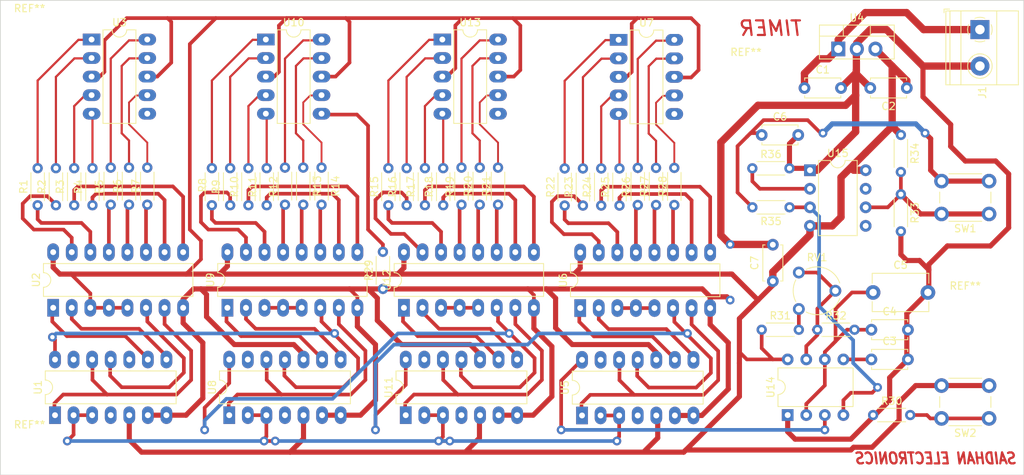
<source format=kicad_pcb>
(kicad_pcb (version 20221018) (generator pcbnew)
  (layers (0 "F.Cu" signal) (31 "B.Cu" signal) (34 "B.Paste" user) (35 "F.Paste" user) (36 "B.SilkS" user "B.Silkscreen") (37 "F.SilkS" user "F.Silkscreen") (38 "B.Mask" user) (39 "F.Mask" user) (44 "Edge.Cuts" user))
  (net 0 "")
  (net 1 "Net-(U3-a)")
  (net 2 "Net-(U2-d)")
  (net 3 "Net-(U3-b)")
  (net 4 "Net-(U2-e)")
  (net 5 "Net-(U3-c)")
  (net 6 "Net-(U2-f)")
  (net 7 "Net-(U2-g)")
  (net 8 "Net-(U3-d)")
  (net 9 "Net-(U2-a)")
  (net 10 "Net-(U3-e)")
  (net 11 "Net-(U2-b)")
  (net 12 "Net-(U3-f)")
  (net 13 "Net-(U2-c)")
  (net 14 "Net-(U3-g)")
  (net 15 "Net-(U1-CP1..3)")
  (net 16 "+5V")
  (net 17 "Net-(U1-Q2)")
  (net 18 "Net-(U1-Q1)")
  (net 19 "GND")
  (net 20 "Net-(J1-Pin_1)")
  (net 21 "/Digit_Section/CLK_OUT")
  (net 22 "/Digit_Section/CLK_IN")
  (net 23 "Net-(U14-CV)")
  (net 24 "Net-(U14-THR)")
  (net 25 "Net-(SW1-B)")
  (net 26 "/Digit_Section/RST")
  (net 27 "Net-(U14-DIS)")
  (net 28 "Net-(SW1-A)")
  (net 29 "Net-(U14-R)")
  (net 30 "CLK")
  (net 31 "Net-(U6-d)")
  (net 32 "Net-(U7-d)")
  (net 33 "Net-(U6-e)")
  (net 34 "Net-(U7-e)")
  (net 35 "Net-(U6-f)")
  (net 36 "Net-(U7-f)")
  (net 37 "Net-(U6-g)")
  (net 38 "Net-(U7-g)")
  (net 39 "Net-(U7-a)")
  (net 40 "Net-(U6-a)")
  (net 41 "Net-(U7-b)")
  (net 42 "Net-(U6-b)")
  (net 43 "Net-(U7-c)")
  (net 44 "Net-(U6-c)")
  (net 45 "Net-(U9-d)")
  (net 46 "Net-(U10-d)")
  (net 47 "Net-(U9-e)")
  (net 48 "Net-(U10-e)")
  (net 49 "Net-(U9-f)")
  (net 50 "Net-(U10-f)")
  (net 51 "Net-(U9-g)")
  (net 52 "Net-(U10-g)")
  (net 53 "Net-(U10-a)")
  (net 54 "Net-(U9-a)")
  (net 55 "Net-(U10-b)")
  (net 56 "Net-(U9-b)")
  (net 57 "Net-(U10-c)")
  (net 58 "Net-(U9-c)")
  (net 59 "Net-(U12-d)")
  (net 60 "Net-(U13-d)")
  (net 61 "Net-(U12-e)")
  (net 62 "Net-(U13-e)")
  (net 63 "Net-(U12-f)")
  (net 64 "Net-(U13-f)")
  (net 65 "Net-(U12-g)")
  (net 66 "Net-(U13-g)")
  (net 67 "Net-(U13-a)")
  (net 68 "Net-(U12-a)")
  (net 69 "Net-(U13-b)")
  (net 70 "Net-(U12-b)")
  (net 71 "Net-(U13-c)")
  (net 72 "Net-(U12-c)")
  (net 73 "Net-(U5-CP1..3)")
  (net 74 "Net-(U5-Q2)")
  (net 75 "Net-(U5-Q1)")
  (net 77 "Net-(U8-CP1..3)")
  (net 78 "Net-(U8-Q2)")
  (net 79 "Net-(U8-Q1)")
  (net 80 "/Digit_Section2/CLK_IN")
  (net 81 "Net-(U11-CP1..3)")
  (net 82 "Net-(U11-Q2)")
  (net 83 "Net-(U11-Q1)")
  (net 84 "/Digit_Section1/DP")
  (net 85 "/Digit_Section/DP")
  (net 86 "/Digit_Section2/DP")
  (net 87 "/Digit_Section3/DP")
  (net 88 "/Digit_Section1/CLK_OUT")
  (net 90 "Net-(R31-Pad2)")
  (footprint "Resistor_THT:R_Axial_DIN0204_L3.6mm_D1.6mm_P5.08mm_Horizontal" (layer "F.Cu") (at 73.602 45.922 90)
    (fp_text reference "R17")
    (fp_text value "1k")
  )
  (footprint "Resistor_THT:R_Axial_DIN0204_L3.6mm_D1.6mm_P5.08mm_Horizontal" (layer "F.Cu") (at 33.122 40.762 -90)
    (fp_text reference "R6")
    (fp_text value "1k")
  )
  (footprint "Button_Switch_THT:SW_PUSH_6mm_H5mm" (layer "F.Cu") (at 150.772 75.112 180)
    (fp_text reference "SW2")
    (fp_text value "Reset")
  )
  (footprint "Resistor_THT:R_Axial_DIN0204_L3.6mm_D1.6mm_P5.08mm_Horizontal" (layer "F.Cu") (at 134.91 74.65)
    (fp_text reference "R30")
    (fp_text value "1k")
  )
  (footprint "Capacitor_THT:C_Disc_D4.7mm_W2.5mm_P5.00mm" (layer "F.Cu") (at 125.522 29.862)
    (fp_text reference "C1")
    (fp_text value "10n")
  )
  (footprint "MountingHole:MountingHole_2.2mm_M2_DIN965" (layer "F.Cu") (at 117.522 27.862)
    (fp_text reference "REF**")
    (fp_text value "MountingHole_2.2mm_M2_DIN965" hide)
  )
  (footprint "Resistor_THT:R_Axial_DIN0204_L3.6mm_D1.6mm_P5.08mm_Horizontal" (layer "F.Cu") (at 81.102 40.762 -90)
    (fp_text reference "R20")
    (fp_text value "1k")
  )
  (footprint "Resistor_THT:R_Axial_DIN0204_L3.6mm_D1.6mm_P5.08mm_Horizontal" (layer "F.Cu") (at 118.39 40.862)
    (fp_text reference "R36")
    (fp_text value "100k")
  )
  (footprint "MountingHole:MountingHole_2.2mm_M2_DIN965" (layer "F.Cu") (at 147.522 59.862)
    (fp_text reference "REF**")
    (fp_text value "MountingHole_2.2mm_M2_DIN965" hide)
  )
  (footprint "Package_DIP:DIP-16_W7.62mm_LongPads" (layer "F.Cu") (at 22.747 59.962 90)
    (fp_text reference "U2")
    (fp_text value "74LS47")
  )
  (footprint "TerminalBlock_Phoenix:TerminalBlock_Phoenix_MKDS-1,5-2_1x02_P5.00mm_Horizontal" (layer "F.Cu") (at 149.522 21.862 -90)
    (fp_text reference "J1")
    (fp_text value "Power")
  )
  (footprint "Resistor_THT:R_Axial_DIN0204_L3.6mm_D1.6mm_P5.08mm_Horizontal" (layer "F.Cu") (at 68.602 45.922 90)
    (fp_text reference "R15")
    (fp_text value "1k")
  )
  (footprint "Resistor_THT:R_Axial_DIN0204_L3.6mm_D1.6mm_P5.08mm_Horizontal" (layer "F.Cu") (at 92.717 45.962 90)
    (fp_text reference "R22")
    (fp_text value "1k")
  )
  (footprint "Package_DIP:DIP-10_W7.62mm_LongPads" (layer "F.Cu") (at 100.097 23.262)
    (fp_text reference "U7")
    (fp_text value "~")
  )
  (footprint "Resistor_THT:R_Axial_DIN0204_L3.6mm_D1.6mm_P5.08mm_Horizontal" (layer "F.Cu") (at 54.457 40.762 -90)
    (fp_text reference "R12")
    (fp_text value "1k")
  )
  (footprint "Package_DIP:DIP-16_W7.62mm_LongPads" (layer "F.Cu") (at 94.842 60.002 90)
    (fp_text reference "U6")
    (fp_text value "74LS47")
  )
  (footprint "Resistor_THT:R_Axial_DIN0204_L3.6mm_D1.6mm_P5.08mm_Horizontal" (layer "F.Cu") (at 44.457 45.922 90)
    (fp_text reference "R8")
    (fp_text value "1k")
  )
  (footprint "Package_DIP:DIP-10_W7.62mm_LongPads" (layer "F.Cu") (at 28.002 23.222)
    (fp_text reference "U3")
    (fp_text value "~")
  )
  (footprint "Resistor_THT:R_Axial_DIN0204_L3.6mm_D1.6mm_P5.08mm_Horizontal" (layer "F.Cu") (at 123.48 46.202 180)
    (fp_text reference "R35")
    (fp_text value "100k")
  )
  (footprint "Resistor_THT:R_Axial_DIN0204_L3.6mm_D1.6mm_P5.08mm_Horizontal" (layer "F.Cu") (at 28.122 45.922 90)
    (fp_text reference "R4")
    (fp_text value "1k")
  )
  (footprint "MountingHole:MountingHole_2.2mm_M2_DIN965" (layer "F.Cu") (at 19.522 78.862)
    (fp_text reference "REF**")
    (fp_text value "MountingHole_2.2mm_M2_DIN965" hide)
  )
  (footprint "Resistor_THT:R_Axial_DIN0204_L3.6mm_D1.6mm_P5.08mm_Horizontal" (layer "F.Cu") (at 67.854 57.378 90)
    (fp_text reference "R29")
    (fp_text value "1k")
  )
  (footprint "Resistor_THT:R_Axial_DIN0204_L3.6mm_D1.6mm_P5.08mm_Horizontal" (layer "F.Cu") (at 97.717 45.962 90)
    (fp_text reference "R24")
    (fp_text value "1k")
  )
  (footprint "Resistor_THT:R_Axial_DIN0204_L3.6mm_D1.6mm_P5.08mm_Horizontal" (layer "F.Cu") (at 119.67 62.966)
    (fp_text reference "R31")
    (fp_text value "100k")
  )
  (footprint "Package_DIP:DIP-14_W7.62mm_LongPads" (layer "F.Cu") (at 70.977 74.667 90)
    (fp_text reference "U11")
    (fp_text value "74LS90")
  )
  (footprint "Resistor_THT:R_Axial_DIN0204_L3.6mm_D1.6mm_P5.08mm_Horizontal" (layer "F.Cu") (at 100.217 45.962 90)
    (fp_text reference "R25")
    (fp_text value "1k")
  )
  (footprint "Package_DIP:DIP-16_W7.62mm_LongPads" (layer "F.Cu") (at 46.582 59.962 90)
    (fp_text reference "U9")
    (fp_text value "74LS47")
  )
  (footprint "Package_DIP:DIP-8_W7.62mm" (layer "F.Cu") (at 123.226 74.65 90)
    (fp_text reference "U14")
    (fp_text value "NA555P")
  )
  (footprint "Capacitor_THT:C_Disc_D4.7mm_W2.5mm_P5.00mm" (layer "F.Cu") (at 121.194 56.322 90)
    (fp_text reference "C7")
    (fp_text value "1u")
  )
  (footprint "Resistor_THT:R_Axial_DIN0204_L3.6mm_D1.6mm_P5.08mm_Horizontal" (layer "F.Cu") (at 76.102 45.922 90)
    (fp_text reference "R18")
    (fp_text value "1k")
  )
  (footprint "Button_Switch_THT:SW_PUSH_6mm_H5mm" (layer "F.Cu") (at 150.772 47.112 180)
    (fp_text reference "SW1")
    (fp_text value "Start/Stop")
  )
  (footprint "Resistor_THT:R_Axial_DIN0204_L3.6mm_D1.6mm_P5.08mm_Horizontal" (layer "F.Cu") (at 20.622 45.922 90)
    (fp_text reference "R1")
    (fp_text value "1k")
  )
  (footprint "Resistor_THT:R_Axial_DIN0204_L3.6mm_D1.6mm_P5.08mm_Horizontal" (layer "F.Cu") (at 46.957 45.922 90)
    (fp_text reference "R9")
    (fp_text value "1k")
  )
  (footprint "Capacitor_THT:C_Disc_D4.7mm_W2.5mm_P5.00mm" (layer "F.Cu") (at 139.522 29.862 180)
    (fp_text reference "C2")
    (fp_text value "10n")
  )
  (footprint "Package_DIP:DIP-10_W7.62mm_LongPads" (layer "F.Cu") (at 75.982 23.222)
    (fp_text reference "U13")
    (fp_text value "~")
  )
  (footprint "Package_DIP:DIP-14_W7.62mm_LongPads" (layer "F.Cu") (at 46.832 74.667 90)
    (fp_text reference "U8")
    (fp_text value "74LS90")
  )
  (footprint "Potentiometer_THT:Potentiometer_Piher_PT-6-V_Vertical" (layer "F.Cu") (at 124.75 60.13)
    (fp_text reference "RV1")
    (fp_text value "R_Potentiometer")
  )
  (footprint "Resistor_THT:R_Axial_DIN0204_L3.6mm_D1.6mm_P5.08mm_Horizontal" (layer "F.Cu") (at 102.717 40.802 -90)
    (fp_text reference "R26")
    (fp_text value "1k")
  )
  (footprint "Capacitor_THT:C_Disc_D4.7mm_W2.5mm_P5.00mm" (layer "F.Cu") (at 134.676 62.966)
    (fp_text reference "C4")
    (fp_text value "47n")
  )
  (footprint "Resistor_THT:R_Axial_DIN0204_L3.6mm_D1.6mm_P5.08mm_Horizontal" (layer "F.Cu") (at 30.622 40.762 -90)
    (fp_text reference "R5")
    (fp_text value "1k")
  )
  (footprint "Resistor_THT:R_Axial_DIN0204_L3.6mm_D1.6mm_P5.08mm_Horizontal" (layer "F.Cu") (at 49.457 45.922 90)
    (fp_text reference "R10")
    (fp_text value "1k")
  )
  (footprint "Package_DIP:DIP-14_W7.62mm_LongPads" (layer "F.Cu") (at 95.092 74.707 90)
    (fp_text reference "U5")
    (fp_text value "74LS90")
  )
  (footprint "Resistor_THT:R_Axial_DIN0204_L3.6mm_D1.6mm_P5.08mm_Horizontal" (layer "F.Cu") (at 107.717 40.802 -90)
    (fp_text reference "R28")
    (fp_text value "1k")
  )
  (footprint "Package_DIP:DIP-14_W7.62mm_LongPads" (layer "F.Cu") (at 22.997 74.667 90)
    (fp_text reference "U1")
    (fp_text value "74LS90")
  )
  (footprint "Capacitor_THT:C_Disc_D4.7mm_W2.5mm_P5.00mm" (layer "F.Cu") (at 119.67 36.296)
    (fp_text reference "C6")
    (fp_text value "470n")
  )
  (footprint "Resistor_THT:R_Axial_DIN0204_L3.6mm_D1.6mm_P5.08mm_Horizontal" (layer "F.Cu") (at 95.217 45.962 90)
    (fp_text reference "R23")
    (fp_text value "1k")
  )
  (footprint "Capacitor_THT:C_Disc_D7.5mm_W5.0mm_P7.50mm" (layer "F.Cu") (at 134.91 57.862)
    (fp_text reference "C5")
    (fp_text value "470n")
  )
  (footprint "Package_DIP:DIP-8_W7.62mm" (layer "F.Cu") (at 126.274 41.122)
    (fp_text reference "U15")
    (fp_text value "NA555P")
  )
  (footprint "Package_DIP:DIP-16_W7.62mm_LongPads" (layer "F.Cu") (at 70.727 59.962 90)
    (fp_text reference "U12")
    (fp_text value "74LS47")
  )
  (footprint "MountingHole:MountingHole_2.2mm_M2_DIN965" (layer "F.Cu") (at 19.522 21.862)
    (fp_text reference "REF**")
    (fp_text value "MountingHole_2.2mm_M2_DIN965" hide)
  )
  (footprint "Package_DIP:DIP-10_W7.62mm_LongPads" (layer "F.Cu") (at 51.837 23.222)
    (fp_text reference "U10")
    (fp_text value "~")
  )
  (footprint "Resistor_THT:R_Axial_DIN0204_L3.6mm_D1.6mm_P5.08mm_Horizontal" (layer "F.Cu") (at 71.102 45.922 90)
    (fp_text reference "R16")
    (fp_text value "1k")
  )
  (footprint "Resistor_THT:R_Axial_DIN0204_L3.6mm_D1.6mm_P5.08mm_Horizontal" (layer "F.Cu") (at 23.122 45.922 90)
    (fp_text reference "R2")
    (fp_text value "1k")
  )
  (footprint "Package_TO_SOT_THT:TO-220-3_Vertical" (layer "F.Cu") (at 130.146 24.518)
    (fp_text reference "U4")
    (fp_text value "L7805")
  )
  (footprint "Resistor_THT:R_Axial_DIN0204_L3.6mm_D1.6mm_P5.08mm_Horizontal" (layer "F.Cu") (at 25.622 45.922 90)
    (fp_text reference "R3")
    (fp_text value "1k")
  )
  (footprint "Resistor_THT:R_Axial_DIN0204_L3.6mm_D1.6mm_P5.08mm_Horizontal" (layer "F.Cu") (at 138.71 44.414 -90)
    (fp_text reference "R33")
    (fp_text value "100k")
  )
  (footprint "Resistor_THT:R_Axial_DIN0204_L3.6mm_D1.6mm_P5.08mm_Horizontal" (layer "F.Cu") (at 56.957 40.762 -90)
    (fp_text reference "R13")
    (fp_text value "1k")
  )
  (footprint "Resistor_THT:R_Axial_DIN0204_L3.6mm_D1.6mm_P5.08mm_Horizontal" (layer "F.Cu") (at 35.622 40.762 -90)
    (fp_text reference "R7")
    (fp_text value "1k")
  )
  (footprint "Capacitor_THT:C_Disc_D4.7mm_W2.5mm_P5.00mm" (layer "F.Cu") (at 134.676 67.03)
    (fp_text reference "C3")
    (fp_text value "10n")
  )
  (footprint "Resistor_THT:R_Axial_DIN0204_L3.6mm_D1.6mm_P5.08mm_Horizontal" (layer "F.Cu") (at 78.602 40.762 -90)
    (fp_text reference "R19")
    (fp_text value "1k")
  )
  (footprint "Resistor_THT:R_Axial_DIN0204_L3.6mm_D1.6mm_P5.08mm_Horizontal" (layer "F.Cu") (at 105.217 40.802 -90)
    (fp_text reference "R27")
    (fp_text value "1k")
  )
  (footprint "Resistor_THT:R_Axial_DIN0204_L3.6mm_D1.6mm_P5.08mm_Horizontal" (layer "F.Cu") (at 51.957 45.922 90)
    (fp_text reference "R11")
    (fp_text value "1k")
  )
  (footprint "Resistor_THT:R_Axial_DIN0204_L3.6mm_D1.6mm_P5.08mm_Horizontal" (layer "F.Cu") (at 138.71 36.286 -90)
    (fp_text reference "R34")
    (fp_text value "100k")
  )
  (footprint "Resistor_THT:R_Axial_DIN0204_L3.6mm_D1.6mm_P5.08mm_Horizontal" (layer "F.Cu") (at 83.602 40.762 -90)
    (fp_text reference "R21")
    (fp_text value "1k")
  )
  (footprint "Resistor_THT:R_Axial_DIN0204_L3.6mm_D1.6mm_P5.08mm_Horizontal" (layer "F.Cu") (at 127.29 62.966)
    (fp_text reference "R32")
    (fp_text value "100k")
  )
  (footprint "Resistor_THT:R_Axial_DIN0204_L3.6mm_D1.6mm_P5.08mm_Horizontal" (layer "F.Cu") (at 59.457 40.762 -90)
    (fp_text reference "R14")
    (fp_text value "1k")
  )
  (gr_line (start 15.522 82.862) (end 15.522 17.862) (stroke (width 0.1)) (layer "Edge.Cuts"))
  (gr_line (start 155.522 82.862) (end 15.522 82.862) (stroke (width 0.1)) (layer "Edge.Cuts"))
  (gr_line (start 15.522 17.862) (end 155.522 17.862) (stroke (width 0.1)) (layer "Edge.Cuts"))
  (gr_line (start 155.522 17.862) (end 155.522 82.862) (stroke (width 0.1)) (layer "Edge.Cuts"))
  (gr_text "SAIDHAN ELECTRONICS" (at 154.722 81.466) (layer "F.Cu") (effects (font (size 1.5 1.3) (thickness 0.3) bold italic) (justify left bottom mirror)))
  (gr_text "TIMER" (at 125.522 22.862) (layer "F.Cu") (effects (font (size 2 2) (thickness 0.3) bold italic) (justify left bottom mirror)))
  (segment (start 33.122 23.342) (end 30.622 25.842) (width 0.3) (layer "F.Cu") (net 1))
  (segment (start 30.622 25.842) (end 30.622 41.342) (width 0.3) (layer "F.Cu") (net 1))
  (segment (start 35.342 23.342) (end 33.122 23.342) (width 0.3) (layer "F.Cu") (net 1))
  (segment (start 35.417 23.267) (end 35.342 23.342) (width 0.3) (layer "F.Cu") (net 1))
  (segment (start 37.987 45.207) (end 37.987 52.342) (width 0.5) (layer "F.Cu") (net 2))
  (segment (start 28.122 44.842) (end 28.622 44.342) (width 0.5) (layer "F.Cu") (net 2))
  (segment (start 28.122 45.922) (end 28.122 44.842) (width 0.5) (layer "F.Cu") (net 2))
  (segment (start 37.122 44.342) (end 37.987 45.207) (width 0.5) (layer "F.Cu") (net 2))
  (segment (start 28.622 44.342) (end 37.122 44.342) (width 0.5) (layer "F.Cu") (net 2))
  (segment (start 33.157 25.807) (end 32.122 26.842) (width 0.3) (layer "F.Cu") (net 3))
  (segment (start 33.122 37.06044) (end 33.122 40.762) (width 0.3) (layer "F.Cu") (net 3))
  (segment (start 35.417 25.807) (end 33.157 25.807) (width 0.3) (layer "F.Cu") (net 3))
  (segment (start 32.122 36.06044) (end 33.122 37.06044) (width 0.3) (layer "F.Cu") (net 3))
  (segment (start 32.122 26.842) (end 32.122 36.06044) (width 0.3) (layer "F.Cu") (net 3))
  (segment (start 40.527 44.747) (end 40.527 52.342) (width 0.5) (layer "F.Cu") (net 4))
  (segment (start 25.622 43.842) (end 26.122 43.342) (width 0.5) (layer "F.Cu") (net 4))
  (segment (start 25.622 45.922) (end 25.622 43.842) (width 0.5) (layer "F.Cu") (net 4))
  (segment (start 39.122 43.342) (end 40.527 44.747) (width 0.5) (layer "F.Cu") (net 4))
  (segment (start 26.122 43.342) (end 39.122 43.342) (width 0.5) (layer "F.Cu") (net 4))
  (segment (start 35.622 37.342) (end 35.622 40.262) (width 0.25) (layer "F.Cu") (net 5))
  (segment (start 35.417 30.887) (end 34.077 30.887) (width 0.25) (layer "F.Cu") (net 5))
  (segment (start 34.077 30.887) (end 33.122 31.842) (width 0.25) (layer "F.Cu") (net 5))
  (segment (start 33.122 31.842) (end 33.122 34.842) (width 0.25) (layer "F.Cu") (net 5))
  (segment (start 35.622 40.262) (end 36.122 40.762) (width 0.25) (layer "F.Cu") (net 5))
  (segment (start 33.122 34.842) (end 35.622 37.342) (width 0.25) (layer "F.Cu") (net 5))
  (segment (start 23.122 45.842) (end 21.958 44.678) (width 0.5) (layer "F.Cu") (net 6))
  (segment (start 18.578 47.726) (end 20.102 49.25) (width 0.5) (layer "F.Cu") (net 6))
  (segment (start 19.594 44.678) (end 18.578 45.694) (width 0.5) (layer "F.Cu") (net 6))
  (segment (start 20.102 49.25) (end 24.166 49.25) (width 0.5) (layer "F.Cu") (net 6))
  (segment (start 21.958 44.678) (end 19.594 44.678) (width 0.5) (layer "F.Cu") (net 6))
  (segment (start 18.578 45.694) (end 18.578 47.726) (width 0.5) (layer "F.Cu") (net 6))
  (segment (start 25.287 50.371) (end 25.287 52.342) (width 0.5) (layer "F.Cu") (net 6))
  (segment (start 24.166 49.25) (end 25.287 50.371) (width 0.5) (layer "F.Cu") (net 6))
  (segment (start 21.122 48.342) (end 26.622 48.342) (width 0.5) (layer "F.Cu") (net 7))
  (segment (start 26.622 48.342) (end 27.827 49.547) (width 0.5) (layer "F.Cu") (net 7))
  (segment (start 20.622 47.842) (end 21.122 48.342) (width 0.5) (layer "F.Cu") (net 7))
  (segment (start 20.622 45.842) (end 20.622 47.842) (width 0.5) (layer "F.Cu") (net 7))
  (segment (start 27.827 49.547) (end 27.827 52.342) (width 0.5) (layer "F.Cu") (net 7))
  (segment (start 28.122 33.752) (end 28.122 40.842) (width 0.3) (layer "F.Cu") (net 8))
  (segment (start 27.797 33.427) (end 28.122 33.752) (width 0.3) (layer "F.Cu") (net 8))
  (segment (start 30.367 46.097) (end 30.622 45.842) (width 0.5) (layer "F.Cu") (net 9))
  (segment (start 30.367 52.342) (end 30.367 46.097) (width 0.5) (layer "F.Cu") (net 9))
  (segment (start 27.077 30.887) (end 25.622 32.342) (width 0.3) (layer "F.Cu") (net 10))
  (segment (start 25.622 32.342) (end 25.622 41.342) (width 0.3) (layer "F.Cu") (net 10))
  (segment (start 27.797 30.887) (end 27.077 30.887) (width 0.3) (layer "F.Cu") (net 10))
  (segment (start 32.907 46.057) (end 33.122 45.842) (width 0.5) (layer "F.Cu") (net 11))
  (segment (start 32.907 52.342) (end 32.907 46.057) (width 0.5) (layer "F.Cu") (net 11))
  (segment (start 25.657 25.807) (end 23.122 28.342) (width 0.3) (layer "F.Cu") (net 12))
  (segment (start 27.797 25.807) (end 25.657 25.807) (width 0.3) (layer "F.Cu") (net 12))
  (segment (start 23.122 28.342) (end 23.122 40.762) (width 0.3) (layer "F.Cu") (net 12))
  (segment (start 35.447 46.057) (end 35.622 45.882) (width 0.5) (layer "F.Cu") (net 13))
  (segment (start 35.447 52.342) (end 35.447 46.057) (width 0.5) (layer "F.Cu") (net 13))
  (segment (start 20.622 28.842) (end 20.622 40.762) (width 0.3) (layer "F.Cu") (net 14))
  (segment (start 27.797 23.267) (end 26.197 23.267) (width 0.3) (layer "F.Cu") (net 14))
  (segment (start 26.197 23.267) (end 20.622 28.842) (width 0.3) (layer "F.Cu") (net 14))
  (segment (start 24.122 71.842) (end 30.122 71.842) (width 0.5) (layer "F.Cu") (net 15))
  (segment (start 41.622 69.842) (end 39.622 71.842) (width 0.5) (layer "F.Cu") (net 15))
  (segment (start 41.622 65.842) (end 41.622 69.842) (width 0.5) (layer "F.Cu") (net 15))
  (segment (start 28.122 69.842) (end 28.122 67.842) (width 0.5) (layer "F.Cu") (net 15))
  (segment (start 22.922 73.042) (end 24.122 71.842) (width 0.5) (layer "F.Cu") (net 15))
  (segment (start 30.122 71.842) (end 29.122 70.842) (width 0.5) (layer "F.Cu") (net 15))
  (segment (start 39.622 71.842) (end 30.122 71.842) (width 0.5) (layer "F.Cu") (net 15))
  (segment (start 28.122 67.842) (end 28.002 67.722) (width 0.5) (layer "F.Cu") (net 15))
  (segment (start 29.122 70.842) (end 28.122 69.842) (width 0.5) (layer "F.Cu") (net 15))
  (segment (start 22.922 75.342) (end 22.922 73.042) (width 0.5) (layer "F.Cu") (net 15))
  (segment (start 37.987 59.962) (end 37.987 62.207) (width 0.5) (layer "F.Cu") (net 15))
  (segment (start 37.987 62.207) (end 41.622 65.842) (width 0.5) (layer "F.Cu") (net 15))
  (segment (start 137.522 35.098) (end 133.894 38.726) (width 1) (layer "F.Cu") (net 16))
  (segment (start 132.262 40.358) (end 133.894 38.726) (width 1) (layer "F.Cu") (net 16))
  (segment (start 138.466 75.37) (end 138.466 72.882233) (width 0.7) (layer "F.Cu") (net 16))
  (segment (start 46.582 52.342) (end 46.582 54.266) (width 0.7) (layer "F.Cu") (net 16))
  (segment (start 119.162 58.902) (end 115.606 55.346) (width 0.7) (layer "F.Cu") (net 16))
  (segment (start 132.262 41.122) (end 133.894 41.122) (width 1) (layer "F.Cu") (net 16))
  (segment (start 139.522 28.862) (end 139.522 29.862) (width 1) (layer "F.Cu") (net 16))
  (segment (start 42.962 53.314) (end 40.93 55.346) (width 0.5) (layer "F.Cu") (net 16))
  (segment (start 140.736233 70.612) (end 144.272 70.612) (width 0.7) (layer "F.Cu") (net 16))
  (segment (start 137.522 26.862) (end 139.522 28.862) (width 1) (layer "F.Cu") (net 16))
  (segment (start 131.872425 79.434) (end 132.244818 79.061607) (width 0.7) (layer "F.Cu") (net 16))
  (segment (start 28.002 28.302) (end 29.112 28.302) (width 0.5) (layer "F.Cu") (net 16))
  (segment (start 138.466 72.882233) (end 140.736233 70.612) (width 0.7) (layer "F.Cu") (net 16))
  (segment (start 41.438 23.85) (end 41.438 49.25) (width 0.5) (layer "F.Cu") (net 16))
  (segment (start 86.65 21.31) (end 86.65 27.406) (width 0.5) (layer "F.Cu") (net 16))
  (segment (start 81.062 74.5615) (end 81.062 77.7865) (width 0.7) (layer "F.Cu") (net 16))
  (segment (start 110.018 20.294) (end 111.034 21.31) (width 0.5) (layer "F.Cu") (net 16))
  (segment (start 110.018 28.422) (end 107.797 28.422) (width 0.5) (layer "F.Cu") (net 16))
  (segment (start 86.65 27.406) (end 85.754 28.302) (width 0.5) (layer "F.Cu") (net 16))
  (segment (start 56.742 59.0095) (end 56.742 59.962) (width 0.5) (layer "F.Cu") (net 16))
  (segment (start 101.89 21.056) (end 102.652 20.294) (width 0.5) (layer "F.Cu") (net 16))
  (segment (start 23.658 55.346) (end 25.182 55.346) (width 0.7) (layer "F.Cu") (net 16))
  (segment (start 75.982 28.302) (end 76.61 28.302) (width 0.5) (layer "F.Cu") (net 16))
  (segment (start 51.662 59.962) (end 54.202 59.962) (width 0.5) (layer "F.Cu") (net 16))
  (segment (start 116.622 61.442) (end 119.162 58.902) (width 0.7) (layer "F.Cu") (net 16))
  (segment (start 121.194 67.03) (end 123.226 67.03) (width 0.5) (layer "F.Cu") (net 16))
  (segment (start 135.226 24.566) (end 137.522 26.862) (width 1) (layer "F.Cu") (net 16))
  (segment (start 134.774393 79.061607) (end 138.466 75.37) (width 0.7) (layer "F.Cu") (net 16))
  (segment (start 78.347 59.962) (end 80.887 59.962) (width 0.5) (layer "F.Cu") (net 16))
  (segment (start 76.61 28.302) (end 77.76 27.152) (width 0.5) (layer "F.Cu") (net 16))
  (segment (start 53.63 21.31) (end 54.646 20.294) (width 0.5) (layer "F.Cu") (net 16))
  (segment (start 121.194 55.05) (end 121.194 56.322) (width 1) (layer "F.Cu") (net 16))
  (segment (start 132.244818 79.061607) (end 134.774393 79.061607) (width 0.7) (layer "F.Cu") (net 16))
  (segment (start 129.322 48.742) (end 130.522 47.542) (width 1) (layer "F.Cu") (net 16))
  (segment (start 75.807 59.962) (end 78.347 59.962) (width 0.5) (layer "F.Cu") (net 16))
  (segment (start 63.282 26.39) (end 63.282 20.802) (width 0.5) (layer "F.Cu") (net 16))
  (segment (start 126.274 48.742) (end 129.322 48.742) (width 1) (layer "F.Cu") (net 16))
  (segment (start 70.727 54.505) (end 69.886 55.346) (width 0.7) (layer "F.Cu") (net 16))
  (segment (start 102.462 60.002) (end 105.002 60.002) (width 0.5) (layer "F.Cu") (net 16))
  (segment (start 102.652 20.294) (end 110.018 20.294) (width 0.5) (layer "F.Cu") (net 16))
  (segment (start 119.67 65.506) (end 121.194 67.03) (width 0.5) (layer "F.Cu") (net 16))
  (segment (start 51.837 28.302) (end 52.988 28.302) (width 0.5) (layer "F.Cu") (net 16))
  (segment (start 109.298 79.434) (end 131.872425 79.434) (width 0.7) (layer "F.Cu") (net 16))
  (segment (start 56.992 74.667) (end 56.992 77.892) (width 0.7) (layer "F.Cu") (net 16))
  (segment (start 117.638 67.03) (end 116.622 66.014) (width 0.5) (layer "F.Cu") (net 16))
  (segment (start 29.754 23.342) (end 32.802 20.294) (width 0.5) (layer "F.Cu") (net 16))
  (segment (start 62.774 20.294) (end 102.652 20.294) (width 0.5) (layer "F.Cu") (net 16))
  (segment (start 109.002 79.73) (end 109.298 79.434) (width 0.7) (layer "F.Cu") (net 16))
  (segment (start 22.747 52.342) (end 22.747 54.435) (width 0.7) (layer "F.Cu") (net 16))
  (segment (start 121.194 56.87) (end 121.194 56.576) (width 0.7) (layer "F.Cu") (net 16))
  (segment (start 34.834 79.73) (end 55.154 79.73) (width 0.7) (layer "F.Cu") (net 16))
  (segment (start 32.907 59.0095) (end 32.907 59.962) (width 0.5) (layer "F.Cu") (net 16))
  (segment (start 135.226 24.518) (end 135.226 24.566) (width 1) (layer "F.Cu") (net 16))
  (segment (start 25.182 55.346) (end 40.93 55.346) (width 0.7) (layer "F.Cu") (net 16))
  (segment (start 132.262 41.122) (end 132.262 40.358) (width 1) (layer "F.Cu") (net 16))
  (segment (start 116.622 66.014) (end 116.622 67.538) (width 0.5) (layer "F.Cu") (net 16))
  (segment (start 94.016 55.346) (end 94.842 54.52) (width 0.7) (layer "F.Cu") (net 16))
  (segment (start 115.606 55.346) (end 115.352 55.346) (width 0.7) (layer "F.Cu") (net 16))
  (segment (start 29.112 28.302) (end 29.754 27.66) (width 0.5) (layer "F.Cu") (net 16))
  (segment (start 130.522 47.542) (end 130.522 42.098) (width 1) (layer "F.Cu") (net 16))
  (segment (start 69.886 55.346) (end 94.016 55.346) (width 0.7) (layer "F.Cu") (net 16))
  (segment (start 119.162 58.902) (end 121.194 56.87) (width 0.7) (layer "F.Cu") (net 16))
  (segment (start 77.76 21.31) (end 78.776 20.294) (width 0.5) (layer "F.Cu") (net 16))
  (segment (start 109.002 79.73) (end 116.622 72.11) (width 0.7) (layer "F.Cu") (net 16))
  (segment (start 85.754 28.302) (end 83.602 28.302) (width 0.5) (layer "F.Cu") (net 16))
  (segment (start 63.282 20.802) (end 62.774 20.294) (width 0.5) (layer "F.Cu") (net 16))
  (segment (start 94.842 54.52) (end 94.842 52.382) (width 0.7) (layer "F.Cu") (net 16))
  (segment (start 137.522 34.862) (end 137.522 35.098) (width 1) (layer "F.Cu") (net 16))
  (segment (start 55.154 79.73) (end 109.002 79.73) (width 0.7) (layer "F.Cu") (net 16))
  (segment (start 36.986 28.302) (end 38.898 26.39) (width 0.5) (layer "F.Cu") (net 16))
  (segment (start 42.962 50.774) (end 42.962 53.314) (width 0.5) (layer "F.Cu") (net 16))
  (segment (start 101.89 27.66) (end 101.89 21.056) (width 0.5) (layer "F.Cu") (net 16))
  (segment (start 144.272 70.612) (end 150.772 70.612) (width 0.7) (layer "F.Cu") (net 16))
  (segment (start 111.034 21.31) (end 111.034 27.406) (width 0.5) (layer "F.Cu") (net 16))
  (segment (start 54.646 20.294) (end 56.17 20.294) (width 0.5) (layer "F.Cu") (net 16))
  (segment (start 130.522 42.098) (end 132.59 40.03) (width 1) (layer "F.Cu") (net 16))
  (segment (start 59.457 28.302) (end 61.37 28.302) (width 0.5) (layer "F.Cu") (net 16))
  (segment (start 126.274 49.97) (end 121.194 55.05) (width 1) (layer "F.Cu") (net 16))
  (segment (start 38.39 20.294) (end 44.994 20.294) (width 0.5) (layer "F.Cu") (net 16))
  (segment (start 54.202 59.962) (end 56.742 59.962) (width 0.5) (layer "F.Cu") (net 16))
  (segment (start 77.76 27.152) (end 77.76 21.31) (width 0.5) (layer "F.Cu") (net 16))
  (segment (start 107.797 28.422) (end 107.717 28.342) (width 0.5) (layer "F.Cu") (net 16))
  (segment (start 111.034 27.406) (end 110.018 28.422) (width 0.5) (layer "F.Cu") (net 16))
  (segment (start 38.898 26.39) (end 38.898 20.802) (width 0.5) (layer "F.Cu") (net 16))
  (segment (start 38.898 20.802) (end 38.39 20.294) (width 0.5) (layer "F.Cu") (net 16))
  (segment (start 119.67 62.966) (end 119.67 65.506) (width 0.5) (layer "F.Cu") (net 16))
  (segment (start 40.93 55.346) (end 45.502 55.346) (width 0.7) (layer "F.Cu") (net 16))
  (segment (start 80.887 59.0095) (end 80.887 59.962) (width 0.5) (layer "F.Cu") (net 16))
  (segment (start 30.367 59.962) (end 32.907 59.962) (width 0.5) (layer "F.Cu") (net 16))
  (segment (start 29.754 27.66) (end 29.754 23.342) (width 0.5) (layer "F.Cu") (net 16))
  (segment (start 61.37 28.302) (end 63.282 26.39) (width 0.5) (layer "F.Cu") (net 16))
  (segment (start 105.446 77.7865) (end 103.608 79.6245) (width 0.7) (layer "F.Cu") (net 16))
  (segment (start 116.622 72.11) (end 116.622 67.538) (width 0.7) (layer "F.Cu") (net 16))
  (segment (start 27.827 59.962) (end 30.367 59.962) (width 0.5) (layer "F.Cu") (net 16))
  (segment (start 46.582 54.266) (end 45.502 55.346) (width 0.7) (layer "F.Cu") (net 16))
  (segment (start 99.922 60.002) (end 102.462 60.002) (width 0.5) (layer "F.Cu") (net 16))
  (segment (start 53.63 27.66) (end 53.63 21.31) (width 0.5) (layer "F.Cu") (net 16))
  (segment (start 33.157 74.667) (end 33.157 78.053) (width 0.7) (layer "F.Cu") (net 16))
  (segment (start 33.157 78.053) (end 34.834 79.73) (width 0.7) (layer "F.Cu") (net 16))
  (segment (start 52.988 28.302) (end 53.63 27.66) (width 0.5) (layer "F.Cu") (net 16))
  (segment (start 81.062 77.7865) (end 79.224 79.6245) (width 0.7) (layer "F.Cu") (net 16))
  (segment (start 44.994 20.294) (end 41.438 23.85) (width 0.5) (layer "F.Cu") (net 16))
  (segment (start 100.097 28.342) (end 101.208 28.342) (width 0.5) (layer "F.Cu") (net 16))
  (segment (start 105.002 59.0495) (end 105.002 60.002) (width 0.5) (layer "F.Cu") (net 16))
  (segment (start 27.827 57.991) (end 25.182 55.346) (width 0.5) (layer "F.Cu") (net 16))
  (segment (start 45.502 55.346) (end 69.886 55.346) (width 0.7) (layer "F.Cu") (net 16))
  (segment (start 27.827 59.962) (end 27.827 57.991) (width 0.5) (layer "F.Cu") (net 16))
  (segment (start 32.802 20.294) (end 38.39 20.294) (width 0.5) (layer "F.Cu") (net 16))
  (segment (start 126.274 48.742) (end 126.274 49.97) (width 1) (layer "F.Cu") (net 16))
  (segment (start 22.747 54.435) (end 23.658 55.346) (width 0.7) (layer "F.Cu") (net 16))
  (segment (start 121.194 67.03) (end 117.638 67.03) (width 0.5) (layer "F.Cu") (net 16))
  (segment (start 137.522 26.862) (end 137.522 35.098) (width 1) (layer "F.Cu") (net 16))
  (segment (start 35.622 28.302) (end 36.986 28.302) (width 0.5) (layer "F.Cu") (net 16))
  (segment (start 41.438 49.25) (end 42.962 50.774) (width 0.5) (layer "F.Cu") (net 16))
  (segment (start 105.446 74.5615) (end 105.446 77.7865) (width 0.7) (layer "F.Cu") (net 16))
  (segment (start 85.634 20.294) (end 86.65 21.31) (width 0.5) (layer "F.Cu") (net 16))
  (segment (start 70.727 52.342) (end 70.727 54.505) (width 0.7) (layer "F.Cu") (net 16))
  (segment (start 137.522 35.098) (end 138.71 36.286) (width 1) (layer "F.Cu") (net 16))
  (segment (start 116.622 67.538) (end 116.622 61.442) (width 0.7) (layer "F.Cu") (net 16))
  (segment (start 115.352 55.346) (end 94.016 55.346) (width 0.7) (layer "F.Cu") (net 16))
  (segment (start 101.208 28.342) (end 101.89 27.66) (width 0.5) (layer "F.Cu") (net 16))
  (segment (start 56.992 77.892) (end 55.154 79.73) (width 0.7) (layer "F.Cu") (net 16))
  (segment (start 44.994 20.294) (end 62.774 20.294) (width 0.5) (layer "F.Cu") (net 16))
  (segment (start 38.162 66.502) (end 38.162 67.722) (width 0.5) (layer "F.Cu") (net 17))
  (segment (start 25.287 59.962) (end 25.287 61.507) (width 0.5) (layer "F.Cu") (net 17))
  (segment (start 25.292 60.012) (end 25.237 60.012) (width 0.5) (layer "F.Cu") (net 17))
  (segment (start 25.237 60.012) (end 25.287 59.962) (width 0.5) (layer "F.Cu") (net 17))
  (segment (start 26.622 62.842) (end 34.502 62.842) (width 0.5) (layer "F.Cu") (net 17))
  (segment (start 34.502 62.842) (end 38.162 66.502) (width 0.5) (layer "F.Cu") (net 17))
  (segment (start 25.287 61.507) (end 26.622 62.842) (width 0.5) (layer "F.Cu") (net 17))
  (segment (start 35.622 66.842) (end 32.622 63.842) (width 0.5) (layer "F.Cu") (net 18))
  (segment (start 35.622 67.722) (end 35.622 66.842) (width 0.5) (layer "F.Cu") (net 18))
  (segment (start 22.792 60.012) (end 22.697 60.012) (width 0.5) (layer "F.Cu") (net 18))
  (segment (start 24.622 63.842) (end 22.622 61.842) (width 0.5) (layer "F.Cu") (net 18))
  (segment (start 22.622 61.842) (end 22.622 60.087) (width 0.5) (layer "F.Cu") (net 18))
  (segment (start 22.697 60.012) (end 22.747 59.962) (width 0.5) (layer "F.Cu") (net 18))
  (segment (start 22.622 60.087) (end 22.747 59.962) (width 0.5) (layer "F.Cu") (net 18))
  (segment (start 32.622 63.842) (end 24.622 63.842) (width 0.5) (layer "F.Cu") (net 18))
  (segment (start 112.622 60.002) (end 112.622 58.458) (width 0.7) (layer "F.Cu") (net 19))
  (segment (start 66.838 72.618) (end 66.838 64.998) (width 0.7) (layer "F.Cu") (net 19))
  (segment (start 40.913 74.667) (end 38.237 74.667) (width 0.7) (layer "F.Cu") (net 19))
  (segment (start 79.792 64.998) (end 70.394 64.998) (width 0.7) (layer "F.Cu") (net 19))
  (segment (start 91.476 58.648) (end 90.206 57.378) (width 0.7) (layer "F.Cu") (net 19))
  (segment (start 153.452 48.996) (end 153.452 41.63) (width 0.7) (layer "F.Cu") (net 19))
  (segment (start 110.332 74.707) (end 111.485 74.707) (width 0.7) (layer "F.Cu") (net 19))
  (segment (start 119.162 32.232) (end 131.152 32.232) (width 1) (layer "F.Cu") (net 19))
  (segment (start 40.527 58.797) (end 40.527 59.962) (width 0.7) (layer "F.Cu") (net 19))
  (segment (start 130.522 29.862) (end 132.522 27.862) (width 1) (layer "F.Cu") (net 19))
  (segment (start 137.176 72.638) (end 131.862 77.952) (width 0.7) (layer "F.Cu") (net 19))
  (segment (start 64.362 61.747) (end 64.362 59.962) (width 0.5) (layer "F.Cu") (net 19))
  (segment (start 64.362 59.962) (end 64.362 58.458) (width 0.5) (layer "F.Cu") (net 19))
  (segment (start 139.522 66.876) (end 139.676 67.03) (width 0.7) (layer "F.Cu") (net 19))
  (segment (start 90.968 72.11) (end 90.968 65.252) (width 0.7) (layer "F.Cu") (net 19))
  (segment (start 132.624 27.862) (end 132.522 27.964) (width 1) (layer "F.Cu") (net 19))
  (segment (start 43.724 61.188) (end 43.724 58.14) (width 0.7) (layer "F.Cu") (net 19))
  (segment (start 43.216 72.364) (end 40.913 74.667) (width 0.7) (layer "F.Cu") (net 19))
  (segment (start 132.686 24.518) (end 132.624 24.58) (width 1) (layer "F.Cu") (net 19))
  (segment (start 42.962 57.378) (end 41.946 57.378) (width 0.7) (layer "F.Cu") (net 19))
  (segment (start 126.014 40.862) (end 126.274 41.122) (width 0.7) (layer "F.Cu") (net 19))
  (segment (start 91.476 62.712) (end 91.476 58.648) (width 0.7) (layer "F.Cu") (net 19))
  (segment (start 132.522 35.862) (end 127.262 41.122) (width 1) (layer "F.Cu") (net 19))
  (segment (start 41.946 57.378) (end 40.527 58.797) (width 0.7) (layer "F.Cu") (net 19))
  (segment (start 130.522 29.974) (end 130.41 29.862) (width 1) (layer "F.Cu") (net 19))
  (segment (start 66.838 64.998) (end 64.362 62.522) (width 0.7) (layer "F.Cu") (net 19))
  (segment (start 123.47 40.862) (end 126.014 40.862) (width 0.7) (layer "F.Cu") (net 19))
  (segment (start 132.624 27.964) (end 132.624 27.862) (width 1) (layer "F.Cu") (net 19))
  (segment (start 114.082 37.312) (end 119.162 32.232) (width 1) (layer "F.Cu") (net 19))
  (segment (start 70.394 64.998) (end 67.092 61.696) (width 0.7) (layer "F.Cu") (net 19))
  (segment (start 145.522 37.862) (end 145.522 34.862) (width 0.7) (layer "F.Cu") (net 19))
  (segment (start 43.724 58.14) (end 42.962 57.378) (width 0.7) (layer "F.Cu") (net 19))
  (segment (start 88.507 58.219) (end 87.666 57.378) (width 0.5) (layer "F.Cu") (net 19))
  (segment (start 40.913 74.667) (end 40.947 74.667) (width 0.7) (layer "F.Cu") (net 19))
  (segment (start 43.216 64.744) (end 43.216 72.364) (width 0.7) (layer "F.Cu") (net 19))
  (segment (start 64.362 58.458) (end 63.282 57.378) (width 0.5) (layer "F.Cu") (net 19))
  (segment (start 137.176 69.53) (end 137.176 72.638) (width 0.7) (layer "F.Cu") (net 19))
  (segment (start 104.176 64.998) (end 93.762 64.998) (width 0.7) (layer "F.Cu") (net 19))
  (segment (start 142.53 54.756) (end 142.53 57.742) (width 0.7) (layer "F.Cu") (net 19))
  (segment (start 65.822 57.378) (end 63.282 57.378) (width 0.7) (layer "F.Cu") (net 19))
  (segment (start 64.789 74.667) (end 66.838 72.618) (width 0.7) (layer "F.Cu") (net 19))
  (segment (start 64.362 62.522) (end 64.362 59.962) (width 0.7) (layer "F.Cu") (net 19))
  (segment (start 107.792 74.707) (end 110.332 74.707) (width 0.7) (layer "F.Cu") (net 19))
  (segment (start 142.53 54.034) (end 145.07 51.494) (width 0.7) (layer "F.Cu") (net 19))
  (segment (start 139.522 60.75) (end 139.522 66.876) (width 0.7) (layer "F.Cu") (net 19))
  (segment (start 55.662 64.998) (end 47.534 64.998) (width 0.7) (layer "F.Cu") (net 19))
  (segment (start 47.534 64.998) (end 43.724 61.188) (width 0.7) (layer "F.Cu") (net 19))
  (segment (start 105.252 66.074) (end 104.176 64.998) (width 0.7) (layer "F.Cu") (net 19))
  (segment (start 123.47 40.862) (end 123.47 37.496) (width 0.7) (layer "F.Cu") (net 19))
  (segment (start 40.527 62.055) (end 43.216 64.744) (width 0.7) (layer "F.Cu") (net 19))
  (segment (start 136.732 21.862) (end 134.522 21.862) (width 1) (layer "F.Cu") (net 19))
  (segment (start 88.507 62.791) (end 88.507 59.962) (width 0.7) (layer "F.Cu") (net 19))
  (segment (start 93.762 64.998) (end 91.476 62.712) (width 0.7) (layer "F.Cu") (net 19))
  (segment (start 56.992 67.047) (end 56.992 66.328) (width 0.7) (layer "F.Cu") (net 19))
  (segment (start 132.522 35.862) (end 132.522 30.862) (width 1) (layer "F.Cu") (net 19))
  (segment (start 81.137 67.047) (end 81.137 66.343) (width 0.7) (layer "F.Cu") (net 19))
  (segment (start 127.262 41.122) (end 126.274 41.122) (width 1) (layer "F.Cu") (net 19))
  (segment (start 132.522 27.862) (end 132.624 27.862) (width 1) (layer "F.Cu") (net 19))
  (segment (start 141.26 53.486) (end 142.53 54.756) (width 0.7) (layer "F.Cu") (net 19))
  (segment (start 134.522 29.862) (end 132.624 27.964) (width 1) (layer "F.Cu") (net 19))
  (segment (start 90.968 65.252) (end 88.507 62.791) (width 0.7) (layer "F.Cu") (net 19))
  (segment (start 153.452 41.63) (end 151.684 39.862) (width 0.7) (layer "F.Cu") (net 19))
  (segment (start 59.532 74.667) (end 62.072 74.667) (width 0.7) (layer "F.Cu") (net 19))
  (segment (start 139.522 53.486) (end 141.26 53.486) (width 0.7) (layer "F.Cu") (net 19))
  (segment (start 111.485 74.707) (end 115.098 71.094) (width 0.7) (layer "F.Cu") (net 19))
  (segment (start 88.507 59.962) (end 88.507 58.219) (width 0.5) (layer "F.Cu") (net 19))
  (segment (start 145.522 34.862) (end 141.732 31.072) (width 0.7) (layer "F.Cu") (net 19))
  (segment (start 67.092 61.696) (end 67.092 58.648) (width 0.7) (layer "F.Cu") (net 19))
  (segment (start 151.684 39.862) (end 147.522 39.862) (width 0.7) (layer "F.Cu") (net 19))
  (segment (start 132.686 23.698) (end 132.686 24.518) (width 1) (layer "F.Cu") (net 19))
  (segment (start 112.622 58.458) (end 111.542 57.378) (width 0.7) (layer "F.Cu") (net 19))
  (segment (start 150.954 51.494) (end 153.452 48.996) (width 0.7) (layer "F.Cu") (net 19))
  (segment (start 132.522 30.862) (end 132.522 27.862) (width 1) (layer "F.Cu") (net 19))
  (segment (start 132.624 24.58) (end 132.624 27.406) (width 1) (layer "F.Cu") (net 19))
  (segment (start 63.282 57.378) (end 42.962 57.378) (width 0.7) (layer "F.Cu") (net 19))
  (segment (start 141.732 31.072) (end 141.732 26.862) (width 0.7) (layer "F.Cu") (net 19))
  (segment (start 132.624 27.406) (end 132.624 27.862) (width 1) (layer "F.Cu") (net 19))
  (segment (start 142.41 57.862) (end 139.522 60.75) (width 0.7) (layer "F.Cu") (net 19))
  (segment (start 115.352 51.282) (end 114.082 50.012) (width 1) (layer "F.Cu") (net 19))
  (segment (start 114.082 50.012) (end 114.082 37.312) (width 1) (layer "F.Cu") (net 19))
  (segment (start 112.622 62.268) (end 112.622 60.002) (width 0.7) (layer "F.Cu") (net 19))
  (segment (start 35.697 74.667) (end 38.237 74.667) (width 0.7) (layer "F.Cu") (net 19))
  (segment (start 123.47 37.496) (end 124.67 36.296) (width 0.7) (layer "F.Cu") (net 19))
  (segment (start 40.527 59.962) (end 40.527 62.055) (width 0.7) (layer "F.Cu") (net 19))
  (segment (start 90.206 57.378) (end 87.666 57.378) (width 0.7) (layer "F.Cu") (net 19))
  (segment (start 111.542 57.378) (end 90.206 57.378) (width 0.7) (layer "F.Cu") (net 19))
  (segment (start 62.072 74.667) (end 64.789 74.667) (width 0.7) (layer "F.Cu") (net 19))
  (segment (start 112.622 58.458) (end 114.908 58.458) (width 0.7) (layer "F.Cu") (net 19))
  (segment (start 147.522 39.862) (end 145.522 37.862) (width 0.7) (layer "F.Cu") (net 19))
  (segment (start 131.152 32.232) (end 132.522 30.862) (width 1) (layer "F.Cu") (net 19))
  (segment (start 124.242 77.952) (end 123.226 76.936) (width 0.7) (layer "F.Cu") (net 19))
  (segment (start 81.137 66.343) (end 79.792 64.998) (width 0.7) (layer "F.Cu") (net 19))
  (segment (start 105.252 67.087) (end 105.252 66.074) (width 0.7) (layer "F.Cu") (net 19))
  (segment (start 141.732 26.862) (end 136.732 21.862) (width 1) (layer "F.Cu") (net 19))
  (segment (start 56.992 66.328) (end 55.662 64.998) (width 0.7) (layer "F.Cu") (net 19))
  (segment (start 115.098 64.744) (end 112.622 62.268) (width 0.7) (layer "F.Cu") (net 19))
  (segment (start 139.676 67.03) (end 137.176 69.53) (width 0.7) (layer "F.Cu") (net 19))
  (segment (start 115.098 71.094) (end 115.098 64.744) (width 0.7) (layer "F.Cu") (net 19))
  (segment (start 131.862 77.952) (end 124.242 77.952) (width 0.7) (layer "F.Cu") (net 19))
  (segment (start 115.352 51.282) (end 120.9 51.282) (width 1) (layer "F.Cu") (net 19))
  (segment (start 86.217 74.667) (end 88.411 74.667) (width 0.7) (layer "F.Cu") (net 19))
  (segment (start 145.07 51.494) (end 150.954 51.494) (width 0.7) (layer "F.Cu") (net 19))
  (segment (start 120.9 51.282) (end 121.194 51.576) (width 1) (layer "F.Cu") (net 19))
  (segment (start 142.53 54.756) (end 142.53 54.034) (width 0.7) (layer "F.Cu") (net 19))
  (segment (start 141.732 26.862) (end 149.522 26.862) (width 1) (layer "F.Cu") (net 19))
  (segment (start 83.677 74.667) (end 86.217 74.667) (width 0.7) (layer "F.Cu") (net 19))
  (segment (start 123.226 76.936) (end 123.226 74.65) (width 0.7) (layer "F.Cu") (net 19))
  (segment (start 114.908 58.458) (end 115.352 58.902) (width 0.7) (layer "F.Cu") (net 19))
  (segment (start 67.092 58.648) (end 65.822 57.378) (width 0.7) (layer "F.Cu") (net 19))
  (segment (start 138.71 52.674) (end 139.522 53.486) (width 0.7) (layer "F.Cu") (net 19))
  (segment (start 134.522 21.862) (end 132.686 23.698) (width 1) (layer "F.Cu") (net 19))
  (segment (start 88.411 74.667) (end 90.968 72.11) (width 0.7) (layer "F.Cu") (net 19))
  (segment (start 88.507 61.747) (end 88.507 59.962) (width 0.5) (layer "F.Cu") (net 19))
  (segment (start 138.71 49.494) (end 138.71 52.674) (width 0.7) (layer "F.Cu") (net 19))
  (segment (start 87.666 57.378) (end 65.822 57.378) (width 0.7) (layer "F.Cu") (net 19))
  (segment (start 142.53 57.742) (end 142.41 57.862) (width 0.7) (layer "F.Cu") (net 19))
  (via (at 115.352 51.282) (size 1.2) (drill 0.6) (layers "F.Cu" "B.Cu") (net 19))
  (via (at 115.352 58.902) (size 1.2) (drill 0.6) (layers "F.Cu" "B.Cu") (net 19))
  (segment (start 139.482 19.532) (end 133.852 19.532) (width 1) (layer "F.Cu") (net 20))
  (segment (start 127.522 25.862) (end 128.802 25.862) (width 1) (layer "F.Cu") (net 20))
  (segment (start 149.522 21.862) (end 141.812 21.862) (width 1) (layer "F.Cu") (net 20))
  (segment (start 130.146 23.238) (end 130.146 24.518) (width 1) (layer "F.Cu") (net 20))
  (segment (start 141.812 21.862) (end 139.482 19.532) (width 1) (layer "F.Cu") (net 20))
  (segment (start 125.522 27.862) (end 127.522 25.862) (width 1) (layer "F.Cu") (net 20))
  (segment (start 128.802 25.862) (end 130.146 24.518) (width 1) (layer "F.Cu") (net 20))
  (segment (start 133.852 19.532) (end 130.146 23.238) (width 1) (layer "F.Cu") (net 20))
  (segment (start 125.522 29.862) (end 125.522 27.862) (width 1) (layer "F.Cu") (net 20))
  (segment (start 35.447 59.962) (end 35.622 60.137) (width 0.5) (layer "F.Cu") (net 21))
  (segment (start 40.622 66.842) (end 40.622 68.842) (width 0.5) (layer "F.Cu") (net 21))
  (segment (start 35.622 60.137) (end 35.622 61.842) (width 0.5) (layer "F.Cu") (net 21))
  (segment (start 40.622 68.842) (end 38.622 70.842) (width 0.5) (layer "F.Cu") (net 21))
  (segment (start 35.622 61.842) (end 40.622 66.842) (width 0.5) (layer "F.Cu") (net 21))
  (segment (start 38.622 70.842) (end 32.122 70.842) (width 0.5) (layer "F.Cu") (net 21))
  (segment (start 32.122 70.842) (end 30.542 69.262) (width 0.5) (layer "F.Cu") (net 21))
  (segment (start 30.542 69.262) (end 30.542 67.722) (width 0.5) (layer "F.Cu") (net 21))
  (segment (start 22.997 67.047) (end 22.997 64.337) (width 0.5) (layer "F.Cu") (net 22))
  (segment (start 64.457 66.842) (end 64.457 68.842) (width 0.5) (layer "F.Cu") (net 22))
  (segment (start 64.457 68.842) (end 62.457 70.842) (width 0.5) (layer "F.Cu") (net 22))
  (segment (start 55.957 70.842) (end 54.377 69.262) (width 0.5) (layer "F.Cu") (net 22))
  (segment (start 54.377 69.262) (end 54.377 67.722) (width 0.5) (layer "F.Cu") (net 22))
  (segment (start 61.25 63.635) (end 64.457 66.842) (width 0.5) (layer "F.Cu") (net 22))
  (segment (start 59.457 60.137) (end 59.457 61.842) (width 0.5) (layer "F.Cu") (net 22))
  (segment (start 61.089 63.474) (end 61.25 63.474) (width 0.5) (layer "F.Cu") (net 22))
  (segment (start 59.457 61.842) (end 61.089 63.474) (width 0.5) (layer "F.Cu") (net 22))
  (segment (start 61.25 63.474) (end 61.25 63.635) (width 0.5) (layer "F.Cu") (net 22))
  (segment (start 22.997 64.337) (end 22.642 63.982) (width 0.5) (layer "F.Cu") (net 22))
  (segment (start 59.282 59.962) (end 59.457 60.137) (width 0.5) (layer "F.Cu") (net 22))
  (segment (start 62.457 70.842) (end 55.957 70.842) (width 0.5) (layer "F.Cu") (net 22))
  (via (at 61.25 63.474) (size 1.2) (drill 0.6) (layers "F.Cu" "B.Cu") (net 22))
  (via (at 22.642 63.982) (size 1.2) (drill 0.6) (layers "F.Cu" "B.Cu") (net 22))
  (segment (start 23.15 63.474) (end 22.642 63.982) (width 0.5) (layer "B.Cu") (net 22))
  (segment (start 61.25 63.474) (end 23.15 63.474) (width 0.5) (layer "B.Cu") (net 22))
  (segment (start 134.676 67.03) (end 130.846 67.03) (width 0.5) (layer "F.Cu") (net 23))
  (segment (start 132.022 57.862) (end 129.772 60.112) (width 0.5) (layer "F.Cu") (net 24))
  (segment (start 134.91 57.862) (end 132.022 57.862) (width 0.5) (layer "F.Cu") (net 24))
  (segment (start 128.306 67.03) (end 128.306 66.014) (width 0.5) (layer "F.Cu") (net 24))
  (segment (start 129.772 60.112) (end 129.772 64.548) (width 0.5) (layer "F.Cu") (net 24))
  (segment (start 128.306 70.586) (end 125.766 73.126) (width 0.5) (layer "F.Cu") (net 24))
  (segment (start 129.322 64.998) (end 131.354 62.966) (width 0.5) (layer "F.Cu") (net 24))
  (segment (start 128.306 66.014) (end 129.322 64.998) (width 0.5) (layer "F.Cu") (net 24))
  (segment (start 125.766 73.126) (end 125.766 74.65) (width 0.5) (layer "F.Cu") (net 24))
  (segment (start 129.772 64.548) (end 129.322 64.998) (width 0.5) (layer "F.Cu") (net 24))
  (segment (start 132.37 62.966) (end 134.95 62.966) (width 0.5) (layer "F.Cu") (net 24))
  (segment (start 131.354 62.966) (end 132.37 62.966) (width 0.5) (layer "F.Cu") (net 24))
  (segment (start 128.306 67.03) (end 128.306 70.586) (width 0.5) (layer "F.Cu") (net 24))
  (segment (start 150.772 42.612) (end 144.272 42.612) (width 0.7) (layer "F.Cu") (net 25))
  (segment (start 118.146 36.042) (end 119.416 36.042) (width 0.5) (layer "F.Cu") (net 25))
  (segment (start 119.924 34.264) (end 117.638 36.55) (width 0.5) (layer "F.Cu") (net 25))
  (segment (start 128.052 36.042) (end 127.742 36.042) (width 0.5) (layer "F.Cu") (net 25))
  (segment (start 116.368 37.82) (end 117.638 36.55) (width 0.5) (layer "F.Cu") (net 25))
  (segment (start 142.784 41.124) (end 144.272 42.612) (width 0.7) (layer "F.Cu") (net 25))
  (segment (start 125.964 34.264) (end 119.924 34.264) (width 0.5) (layer "F.Cu") (net 25))
  (segment (start 127.742 36.042) (end 125.964 34.264) (width 0.5) (layer "F.Cu") (net 25))
  (segment (start 117.638 36.55) (end 118.146 36.042) (width 0.5) (layer "F.Cu") (net 25))
  (segment (start 142.022 36.042) (end 142.784 36.804) (width 0.7) (layer "F.Cu") (net 25))
  (segment (start 119.416 36.042) (end 119.67 36.296) (width 0.5) (layer "F.Cu") (net 25))
  (segment (start 142.784 36.804) (end 142.784 41.124) (width 0.7) (layer "F.Cu") (net 25))
  (segment (start 116.368 44.17) (end 116.368 37.82) (width 0.5) (layer "F.Cu") (net 25))
  (segment (start 118.4 46.202) (end 116.368 44.17) (width 0.5) (layer "F.Cu") (net 25))
  (via (at 128.052 36.042) (size 1.2) (drill 0.6) (layers "F.Cu" "B.Cu") (net 25))
  (via (at 142.022 36.042) (size 1.2) (drill 0.6) (layers "F.Cu" "B.Cu") (net 25))
  (segment (start 142.022 36.042) (end 140.752 34.772) (width 0.7) (layer "B.Cu") (net 25))
  (segment (start 129.322 34.772) (end 128.052 36.042) (width 0.7) (layer "B.Cu") (net 25))
  (segment (start 140.752 34.772) (end 129.322 34.772) (width 0.7) (layer "B.Cu") (net 25))
  (segment (start 52.106 74.95) (end 51.912 75.144) (width 0.5) (layer "F.Cu") (net 26))
  (segment (start 99.558 78.206) (end 99.783 77.981) (width 0.5) (layer "F.Cu") (net 26))
  (segment (start 49.372 74.667) (end 51.912 74.667) (width 0.5) (layer "F.Cu") (net 26))
  (segment (start 99.858 78.206) (end 99.558 78.206) (width 0.5) (layer "F.Cu") (net 26))
  (segment (start 100.172 74.707) (end 100.172 77.592) (width 0.5) (layer "F.Cu") (net 26))
  (segment (start 25.537 77.343) (end 24.674 78.206) (width 0.5) (layer "F.Cu") (net 26))
  (segment (start 75.474 78.206) (end 76.998 78.206) (width 0.5) (layer "F.Cu") (net 26))
  (segment (start 100.172 77.592) (end 99.858 77.906) (width 0.5) (layer "F.Cu") (net 26))
  (segment (start 51.912 77.592) (end 51.598 77.906) (width 0.5) (layer "F.Cu") (net 26))
  (segment (start 142.738 75.112) (end 142.276 74.65) (width 0.5) (layer "F.Cu") (net 26))
  (segment (start 97.632 74.707) (end 100.172 74.707) (width 0.5) (layer "F.Cu") (net 26))
  (segment (start 25.537 74.667) (end 25.537 77.343) (width 0.5) (layer "F.Cu") (net 26))
  (segment (start 76.057 77.623) (end 76.057 74.667) (width 0.5) (layer "F.Cu") (net 26))
  (segment (start 73.517 74.667) (end 76.057 74.667) (width 0.5) (layer "F.Cu") (net 26))
  (segment (start 25.537 74.667) (end 28.077 74.667) (width 0.5) (layer "F.Cu") (net 26))
  (segment (start 144.272 75.112) (end 150.772 75.112) (width 0.5) (layer "F.Cu") (net 26))
  (segment (start 51.598 77.906) (end 51.598 78.206) (width 0.5) (layer "F.Cu") (net 26))
  (segment (start 99.858 77.906) (end 99.858 78.206) (width 0.5) (layer "F.Cu") (net 26))
  (segment (start 144.272 75.112) (end 142.738 75.112) (width 0.5) (layer "F.Cu") (net 26))
  (segment (start 51.598 78.206) (end 51.298 78.206) (width 0.5) (layer "F.Cu") (net 26))
  (segment (start 75.474 78.206) (end 76.057 77.623) (width 0.5) (layer "F.Cu") (net 26))
  (segment (start 51.298 78.206) (end 51.523 77.981) (width 0.5) (layer "F.Cu") (net 26))
  (segment (start 51.598 78.206) (end 53.122 78.206) (width 0.5) (layer "F.Cu") (net 26))
  (segment (start 142.276 74.65) (end 139.99 74.65) (width 0.5) (layer "F.Cu") (net 26))
  (segment (start 51.912 75.144) (end 51.912 77.592) (width 0.5) (layer "F.Cu") (net 26))
  (via (at 51.598 78.206) (size 1.2) (drill 0.6) (layers "F.Cu" "B.Cu") (net 26))
  (via (at 99.858 78.206) (size 1.2) (drill 0.6) (layers "F.Cu" "B.Cu") (net 26))
  (via (at 75.474 78.206) (size 1.2) (drill 0.6) (layers "F.Cu" "B.Cu") (net 26))
  (via (at 24.674 78.206) (size 1.2) (drill 0.6) (layers "F.Cu" "B.Cu") (net 26))
  (via (at 53.122 78.206) (size 1.2) (drill 0.6) (layers "F.Cu" "B.Cu") (net 26))
  (via (at 76.998 78.206) (size 1.2) (drill 0.6) (layers "F.Cu" "B.Cu") (net 26))
  (segment (start 51.598 78.206) (end 24.674 78.206) (width 0.5) (layer "B.Cu") (net 26))
  (segment (start 76.998 78.206) (end 99.858 78.206) (width 0.5) (layer "B.Cu") (net 26))
  (segment (start 53.122 78.206) (end 76.998 78.206) (width 0.5) (layer "B.Cu") (net 26))
  (segment (start 127.29 60.09) (end 129.75 57.63) (width 0.5) (layer "F.Cu") (net 27))
  (segment (start 127.29 62.966) (end 127.29 60.09) (width 0.5) (layer "F.Cu") (net 27))
  (segment (start 125.766 65.21) (end 127.29 63.686) (width 0.5) (layer "F.Cu") (net 27))
  (segment (start 125.766 67.03) (end 125.766 65.21) (width 0.5) (layer "F.Cu") (net 27))
  (segment (start 127.29 63.686) (end 127.29 62.966) (width 0.5) (layer "F.Cu") (net 27))
  (segment (start 124.75 55.13) (end 127.25 55.13) (width 0.5) (layer "F.Cu") (net 27))
  (segment (start 127.25 55.13) (end 129.75 57.63) (width 0.5) (layer "F.Cu") (net 27))
  (segment (start 126.782 62.966) (end 127.29 62.966) (width 0.5) (layer "F.Cu") (net 27))
  (segment (start 144.272 47.112) (end 141.408 47.112) (width 0.7) (layer "F.Cu") (net 28))
  (segment (start 136.922 46.202) (end 138.71 44.414) (width 0.5) (layer "F.Cu") (net 28))
  (segment (start 144.272 47.112) (end 150.772 47.112) (width 0.7) (layer "F.Cu") (net 28))
  (segment (start 133.894 46.202) (end 136.922 46.202) (width 0.5) (layer "F.Cu") (net 28))
  (segment (start 118.39 42.636) (end 119.416 43.662) (width 0.5) (layer "F.Cu") (net 28))
  (segment (start 141.408 47.112) (end 138.71 44.414) (width 0.7) (layer "F.Cu") (net 28))
  (segment (start 138.71 41.366) (end 138.71 44.414) (width 0.5) (layer "F.Cu") (net 28))
  (segment (start 118.39 40.862) (end 118.39 42.636) (width 0.5) (layer "F.Cu") (net 28))
  (segment (start 119.416 43.662) (end 126.274 43.662) (width 0.5) (layer "F.Cu") (net 28))
  (segment (start 131.862 71.602) (end 134.782 71.602) (width 0.5) (layer "F.Cu") (net 29))
  (segment (start 130.846 74.65) (end 130.846 72.618) (width 0.5) (layer "F.Cu") (net 29))
  (segment (start 130.846 72.618) (end 131.862 71.602) (width 0.5) (layer "F.Cu") (net 29))
  (segment (start 134.782 71.602) (end 135.522 70.862) (width 0.5) (layer "F.Cu") (net 29))
  (segment (start 123.48 46.202) (end 126.274 46.202) (width 0.5) (layer "F.Cu") (net 29))
  (via (at 135.522 70.862) (size 1.2) (drill 0.6) (layers "F.Cu" "B.Cu") (net 29))
  (segment (start 135.264 71.12) (end 135.522 70.862) (width 0.5) (layer "B.Cu") (net 29))
  (segment (start 135.522 70.862) (end 132.185104 67.525104) (width 0.5) (layer "B.Cu") (net 29))
  (segment (start 127.524 47.452) (end 126.274 46.202) (width 0.5) (layer "B.Cu") (net 29))
  (segment (start 132.185104 64.405644) (end 127.524 59.74454) (width 0.5) (layer "B.Cu") (net 29))
  (segment (start 127.524 59.74454) (end 127.524 47.452) (width 0.5) (layer "B.Cu") (net 29))
  (segment (start 132.185104 67.525104) (end 132.185104 64.405644) (width 0.5) (layer "B.Cu") (net 29))
  (segment (start 128.306 74.65) (end 128.306 76.682) (width 0.5) (layer "F.Cu") (net 30))
  (segment (start 92.238 69.941) (end 92.238 76.682) (width 0.5) (layer "F.Cu") (net 30))
  (segment (start 95.092 67.087) (end 92.238 69.941) (width 0.5) (layer "F.Cu") (net 30))
  (via (at 128.306 76.682) (size 1.2) (drill 0.6) (layers "F.Cu" "B.Cu") (net 30))
  (via (at 92.238 76.682) (size 1.2) (drill 0.6) (layers "F.Cu" "B.Cu") (net 30))
  (segment (start 92.238 76.682) (end 128.306 76.682) (width 0.5) (layer "B.Cu") (net 30))
  (segment (start 100.217 44.882) (end 100.717 44.382) (width 0.5) (layer "F.Cu") (net 31))
  (segment (start 110.082 45.247) (end 110.082 52.382) (width 0.5) (layer "F.Cu") (net 31))
  (segment (start 109.217 44.382) (end 110.082 45.247) (width 0.5) (layer "F.Cu") (net 31))
  (segment (start 100.717 44.382) (end 109.217 44.382) (width 0.5) (layer "F.Cu") (net 31))
  (segment (start 100.217 45.962) (end 100.217 44.882) (width 0.5) (layer "F.Cu") (net 31))
  (segment (start 99.892 33.467) (end 100.217 33.792) (width 0.3) (layer "F.Cu") (net 32))
  (segment (start 100.217 33.792) (end 100.217 40.882) (width 0.3) (layer "F.Cu") (net 32))
  (segment (start 97.717 45.962) (end 97.717 43.882) (width 0.5) (layer "F.Cu") (net 33))
  (segment (start 97.717 43.882) (end 98.217 43.382) (width 0.5) (layer "F.Cu") (net 33))
  (segment (start 98.217 43.382) (end 111.217 43.382) (width 0.5) (layer "F.Cu") (net 33))
  (segment (start 111.217 43.382) (end 112.622 44.787) (width 0.5) (layer "F.Cu") (net 33))
  (segment (start 112.622 44.787) (end 112.622 52.382) (width 0.5) (layer "F.Cu") (net 33))
  (segment (start 99.172 30.927) (end 97.717 32.382) (width 0.3) (layer "F.Cu") (net 34))
  (segment (start 97.717 32.382) (end 97.717 41.382) (width 0.3) (layer "F.Cu") (net 34))
  (segment (start 99.892 30.927) (end 99.172 30.927) (width 0.3) (layer "F.Cu") (net 34))
  (segment (start 90.968 45.44) (end 90.968 48.234) (width 0.5) (layer "F.Cu") (net 35))
  (segment (start 95.217 45.882) (end 94.013 44.678) (width 0.5) (layer "F.Cu") (net 35))
  (segment (start 94.013 44.678) (end 91.73 44.678) (width 0.5) (layer "F.Cu") (net 35))
  (segment (start 96.426 49.882) (end 97.382 50.838) (width 0.5) (layer "F.Cu") (net 35))
  (segment (start 90.968 48.234) (end 92.616 49.882) (width 0.5) (layer "F.Cu") (net 35))
  (segment (start 91.73 44.678) (end 90.968 45.44) (width 0.5) (layer "F.Cu") (net 35))
  (segment (start 97.382 50.838) (end 97.382 52.382) (width 0.5) (layer "F.Cu") (net 35))
  (segment (start 92.616 49.882) (end 96.426 49.882) (width 0.5) (layer "F.Cu") (net 35))
  (segment (start 99.892 25.847) (end 97.752 25.847) (width 0.3) (layer "F.Cu") (net 36))
  (segment (start 95.217 28.382) (end 95.217 40.802) (width 0.3) (layer "F.Cu") (net 36))
  (segment (start 97.752 25.847) (end 95.217 28.382) (width 0.3) (layer "F.Cu") (net 36))
  (segment (start 98.717 48.382) (end 99.922 49.587) (width 0.5) (layer "F.Cu") (net 37))
  (segment (start 93.217 48.382) (end 98.717 48.382) (width 0.5) (layer "F.Cu") (net 37))
  (segment (start 99.922 49.587) (end 99.922 52.382) (width 0.5) (layer "F.Cu") (net 37))
  (segment (start 92.717 45.882) (end 92.717 47.882) (width 0.5) (layer "F.Cu") (net 37))
  (segment (start 92.717 47.882) (end 93.217 48.382) (width 0.5) (layer "F.Cu") (net 37))
  (segment (start 98.292 23.307) (end 92.717 28.882) (width 0.3) (layer "F.Cu") (net 38))
  (segment (start 92.717 28.882) (end 92.717 40.802) (width 0.3) (layer "F.Cu") (net 38))
  (segment (start 99.892 23.307) (end 98.292 23.307) (width 0.3) (layer "F.Cu") (net 38))
  (segment (start 105.217 23.382) (end 102.717 25.882) (width 0.3) (layer "F.Cu") (net 39))
  (segment (start 107.437 23.382) (end 105.217 23.382) (width 0.3) (layer "F.Cu") (net 39))
  (segment (start 107.512 23.307) (end 107.437 23.382) (width 0.3) (layer "F.Cu") (net 39))
  (segment (start 102.717 25.882) (end 102.717 41.382) (width 0.3) (layer "F.Cu") (net 39))
  (segment (start 102.462 52.382) (end 102.462 46.137) (width 0.5) (layer "F.Cu") (net 40))
  (segment (start 102.462 46.137) (end 102.717 45.882) (width 0.5) (layer "F.Cu") (net 40))
  (segment (start 104.217 26.882) (end 104.217 36.10044) (width 0.3) (layer "F.Cu") (net 41))
  (segment (start 105.252 25.847) (end 104.217 26.882) (width 0.3) (layer "F.Cu") (net 41))
  (segment (start 107.512 25.847) (end 105.252 25.847) (width 0.3) (layer "F.Cu") (net 41))
  (segment (start 104.217 36.10044) (end 105.217 37.10044) (width 0.3) (layer "F.Cu") (net 41))
  (segment (start 105.217 37.10044) (end 105.217 40.802) (width 0.3) (layer "F.Cu") (net 41))
  (segment (start 105.002 52.382) (end 105.002 46.097) (width 0.5) (layer "F.Cu") (net 42))
  (segment (start 105.002 46.097) (end 105.217 45.882) (width 0.5) (layer "F.Cu") (net 42))
  (segment (start 107.717 37.382) (end 107.717 40.302) (width 0.25) (layer "F.Cu") (net 43))
  (segment (start 105.217 34.882) (end 107.717 37.382) (width 0.25) (layer "F.Cu") (net 43))
  (segment (start 105.217 31.882) (end 105.217 34.882) (width 0.25) (layer "F.Cu") (net 43))
  (segment (start 107.512 30.927) (end 106.172 30.927) (width 0.25) (layer "F.Cu") (net 43))
  (segment (start 107.717 40.302) (end 108.217 40.802) (width 0.25) (layer "F.Cu") (net 43))
  (segment (start 106.172 30.927) (end 105.217 31.882) (width 0.25) (layer "F.Cu") (net 43))
  (segment (start 107.542 46.097) (end 107.717 45.922) (width 0.5) (layer "F.Cu") (net 44))
  (segment (start 107.542 52.382) (end 107.542 46.097) (width 0.5) (layer "F.Cu") (net 44))
  (segment (start 60.957 44.342) (end 61.822 45.207) (width 0.5) (layer "F.Cu") (net 45))
  (segment (start 52.457 44.342) (end 60.957 44.342) (width 0.5) (layer "F.Cu") (net 45))
  (segment (start 51.957 44.842) (end 52.457 44.342) (width 0.5) (layer "F.Cu") (net 45))
  (segment (start 61.822 45.207) (end 61.822 52.342) (width 0.5) (layer "F.Cu") (net 45))
  (segment (start 51.957 45.922) (end 51.957 44.842) (width 0.5) (layer "F.Cu") (net 45))
  (segment (start 51.632 33.427) (end 51.957 33.752) (width 0.3) (layer "F.Cu") (net 46))
  (segment (start 51.957 33.752) (end 51.957 40.842) (width 0.3) (layer "F.Cu") (net 46))
  (segment (start 62.957 43.342) (end 64.362 44.747) (width 0.5) (layer "F.Cu") (net 47))
  (segment (start 49.457 45.922) (end 49.457 43.842) (width 0.5) (layer "F.Cu") (net 47))
  (segment (start 49.957 43.342) (end 62.957 43.342) (width 0.5) (layer "F.Cu") (net 47))
  (segment (start 49.457 43.842) (end 49.957 43.342) (width 0.5) (layer "F.Cu") (net 47))
  (segment (start 64.362 44.747) (end 64.362 52.342) (width 0.5) (layer "F.Cu") (net 47))
  (segment (start 49.457 32.342) (end 49.457 41.342) (width 0.3) (layer "F.Cu") (net 48))
  (segment (start 51.632 30.887) (end 50.912 30.887) (width 0.3) (layer "F.Cu") (net 48))
  (segment (start 50.912 30.887) (end 49.457 32.342) (width 0.3) (layer "F.Cu") (net 48))
  (segment (start 43.978 49.25) (end 48.042 49.25) (width 0.5) (layer "F.Cu") (net 49))
  (segment (start 43.47 44.17) (end 46.518 44.17) (width 0.5) (layer "F.Cu") (net 49))
  (segment (start 42.962 48.234) (end 43.978 49.25) (width 0.5) (layer "F.Cu") (net 49))
  (segment (start 49.122 50.33) (end 49.122 52.342) (width 0.5) (layer "F.Cu") (net 49))
  (segment (start 42.962 44.678) (end 42.962 48.234) (width 0.5) (layer "F.Cu") (net 49))
  (segment (start 46.957 44.609) (end 46.518 44.17) (width 0.5) (layer "F.Cu") (net 49))
  (segment (start 46.957 45.922) (end 46.957 44.609) (width 0.5) (layer "F.Cu") (net 49))
  (segment (start 43.47 44.17) (end 42.962 44.678) (width 0.5) (layer "F.Cu") (net 49))
  (segment (start 48.042 49.25) (end 49.122 50.33) (width 0.5) (layer "F.Cu") (net 49))
  (segment (start 51.632 25.807) (end 49.492 25.807) (width 0.3) (layer "F.Cu") (net 50))
  (segment (start 49.492 25.807) (end 46.957 28.342) (width 0.3) (layer "F.Cu") (net 50))
  (segment (start 46.957 28.342) (end 46.957 40.762) (width 0.3) (layer "F.Cu") (net 50))
  (segment (start 51.662 49.547) (end 51.662 52.342) (width 0.5) (layer "F.Cu") (net 51))
  (segment (start 44.957 48.342) (end 50.457 48.342) (width 0.5) (layer "F.Cu") (net 51))
  (segment (start 50.457 48.342) (end 51.662 49.547) (width 0.5) (layer "F.Cu") (net 51))
  (segment (start 44.457 45.842) (end 44.457 47.842) (width 0.5) (layer "F.Cu") (net 51))
  (segment (start 44.457 47.842) (end 44.957 48.342) (width 0.5) (layer "F.Cu") (net 51))
  (segment (start 50.032 23.267) (end 44.457 28.842) (width 0.3) (layer "F.Cu") (net 52))
  (segment (start 44.457 28.842) (end 44.457 40.762) (width 0.3) (layer "F.Cu") (net 52))
  (segment (start 51.632 23.267) (end 50.032 23.267) (width 0.3) (layer "F.Cu") (net 52))
  (segment (start 59.177 23.342) (end 56.957 23.342) (width 0.3) (layer "F.Cu") (net 53))
  (segment (start 59.252 23.267) (end 59.177 23.342) (width 0.3) (layer "F.Cu") (net 53))
  (segment (start 56.957 23.342) (end 54.457 25.842) (width 0.3) (layer "F.Cu") (net 53))
  (segment (start 54.457 25.842) (end 54.457 41.342) (width 0.3) (layer "F.Cu") (net 53))
  (segment (start 54.202 46.097) (end 54.457 45.842) (width 0.5) (layer "F.Cu") (net 54))
  (segment (start 54.202 52.342) (end 54.202 46.097) (width 0.5) (layer "F.Cu") (net 54))
  (segment (start 56.957 37.06044) (end 56.957 40.762) (width 0.3) (layer "F.Cu") (net 55))
  (segment (start 56.992 25.807) (end 55.957 26.842) (width 0.3) (layer "F.Cu") (net 55))
  (segment (start 55.957 36.06044) (end 56.957 37.06044) (width 0.3) (layer "F.Cu") (net 55))
  (segment (start 55.957 26.842) (end 55.957 36.06044) (width 0.3) (layer "F.Cu") (net 55))
  (segment (start 59.252 25.807) (end 56.992 25.807) (width 0.3) (layer "F.Cu") (net 55))
  (segment (start 56.742 52.342) (end 56.742 46.057) (width 0.5) (layer "F.Cu") (net 56))
  (segment (start 56.742 46.057) (end 56.957 45.842) (width 0.5) (layer "F.Cu") (net 56))
  (segment (start 59.457 40.262) (end 59.957 40.762) (width 0.25) (layer "F.Cu") (net 57))
  (segment (start 56.957 34.842) (end 59.457 37.342) (width 0.25) (layer "F.Cu") (net 57))
  (segment (start 57.912 30.887) (end 56.957 31.842) (width 0.25) (layer "F.Cu") (net 57))
  (segment (start 59.457 37.342) (end 59.457 40.262) (width 0.25) (layer "F.Cu") (net 57))
  (segment (start 56.957 31.842) (end 56.957 34.842) (width 0.25) (layer "F.Cu") (net 57))
  (segment (start 59.252 30.887) (end 57.912 30.887) (width 0.25) (layer "F.Cu") (net 57))
  (segment (start 59.282 46.057) (end 59.457 45.882) (width 0.5) (layer "F.Cu") (net 58))
  (segment (start 59.282 52.342) (end 59.282 46.057) (width 0.5) (layer "F.Cu") (net 58))
  (segment (start 85.102 44.342) (end 85.967 45.207) (width 0.5) (layer "F.Cu") (net 59))
  (segment (start 76.602 44.342) (end 85.102 44.342) (width 0.5) (layer "F.Cu") (net 59))
  (segment (start 76.102 45.922) (end 76.102 44.842) (width 0.5) (layer "F.Cu") (net 59))
  (segment (start 85.967 45.207) (end 85.967 52.342) (width 0.5) (layer "F.Cu") (net 59))
  (segment (start 76.102 44.842) (end 76.602 44.342) (width 0.5) (layer "F.Cu") (net 59))
  (segment (start 76.102 33.752) (end 76.102 40.842) (width 0.3) (layer "F.Cu") (net 60))
  (segment (start 75.777 33.427) (end 76.102 33.752) (width 0.3) (layer "F.Cu") (net 60))
  (segment (start 88.507 44.747) (end 88.507 52.342) (width 0.5) (layer "F.Cu") (net 61))
  (segment (start 73.602 45.922) (end 73.602 43.842) (width 0.5) (layer "F.Cu") (net 61))
  (segment (start 87.102 43.342) (end 88.507 44.747) (width 0.5) (layer "F.Cu") (net 61))
  (segment (start 74.102 43.342) (end 87.102 43.342) (width 0.5) (layer "F.Cu") (net 61))
  (segment (start 73.602 43.842) (end 74.102 43.342) (width 0.5) (layer "F.Cu") (net 61))
  (segment (start 73.602 32.342) (end 73.602 41.342) (width 0.3) (layer "F.Cu") (net 62))
  (segment (start 75.777 30.887) (end 75.057 30.887) (width 0.3) (layer "F.Cu") (net 62))
  (segment (start 75.057 30.887) (end 73.602 32.342) (width 0.3) (layer "F.Cu") (net 62))
  (segment (start 71.102 45.842) (end 71.102 44.878) (width 0.5) (layer "F.Cu") (net 63))
  (segment (start 66.838 47.726) (end 68.954 49.842) (width 0.5) (layer "F.Cu") (net 63))
  (segment (start 70.767 49.842) (end 73.267 52.342) (width 0.5) (layer "F.Cu") (net 63))
  (segment (start 70.394 44.17) (end 67.854 44.17) (width 0.5) (layer "F.Cu") (net 63))
  (segment (start 68.954 49.842) (end 70.767 49.842) (width 0.5) (layer "F.Cu") (net 63))
  (segment (start 66.838 45.186) (end 66.838 47.726) (width 0.5) (layer "F.Cu") (net 63))
  (segment (start 71.102 44.878) (end 70.394 44.17) (width 0.5) (layer "F.Cu") (net 63))
  (segment (start 67.854 44.17) (end 66.838 45.186) (width 0.5) (layer "F.Cu") (net 63))
  (segment (start 73.637 25.807) (end 71.102 28.342) (width 0.3) (layer "F.Cu") (net 64))
  (segment (start 75.777 25.807) (end 73.637 25.807) (width 0.3) (layer "F.Cu") (net 64))
  (segment (start 71.102 28.342) (end 71.102 40.762) (width 0.3) (layer "F.Cu") (net 64))
  (segment (start 75.807 49.547) (end 75.807 52.342) (width 0.5) (layer "F.Cu") (net 65))
  (segment (start 69.102 48.342) (end 74.602 48.342) (width 0.5) (layer "F.Cu") (net 65))
  (segment (start 68.602 45.842) (end 68.602 47.842) (width 0.5) (layer "F.Cu") (net 65))
  (segment (start 68.602 47.842) (end 69.102 48.342) (width 0.5) (layer "F.Cu") (net 65))
  (segment (start 74.602 48.342) (end 75.807 49.547) (width 0.5) (layer "F.Cu") (net 65))
  (segment (start 74.177 23.267) (end 68.602 28.842) (width 0.3) (layer "F.Cu") (net 66))
  (segment (start 68.602 28.842) (end 68.602 40.762) (width 0.3) (layer "F.Cu") (net 66))
  (segment (start 75.777 23.267) (end 74.177 23.267) (width 0.3) (layer "F.Cu") (net 66))
  (segment (start 78.602 25.842) (end 78.602 41.342) (width 0.3) (layer "F.Cu") (net 67))
  (segment (start 81.102 23.342) (end 78.602 25.842) (width 0.3) (layer "F.Cu") (net 67))
  (segment (start 83.397 23.267) (end 83.322 23.342) (width 0.3) (layer "F.Cu") (net 67))
  (segment (start 83.322 23.342) (end 81.102 23.342) (width 0.3) (layer "F.Cu") (net 67))
  (segment (start 78.347 52.342) (end 78.347 46.097) (width 0.5) (layer "F.Cu") (net 68))
  (segment (start 78.347 46.097) (end 78.602 45.842) (width 0.5) (layer "F.Cu") (net 68))
  (segment (start 80.102 26.842) (end 80.102 36.06044) (width 0.3) (layer "F.Cu") (net 69))
  (segment (start 81.102 37.06044) (end 81.102 40.762) (width 0.3) (layer "F.Cu") (net 69))
  (segment (start 80.102 36.06044) (end 81.102 37.06044) (width 0.3) (layer "F.Cu") (net 69))
  (segment (start 83.397 25.807) (end 81.137 25.807) (width 0.3) (layer "F.Cu") (net 69))
  (segment (start 81.137 25.807) (end 80.102 26.842) (width 0.3) (layer "F.Cu") (net 69))
  (segment (start 80.887 52.342) (end 80.887 46.057) (width 0.5) (layer "F.Cu") (net 70))
  (segment (start 80.887 46.057) (end 81.102 45.842) (width 0.5) (layer "F.Cu") (net 70))
  (segment (start 83.602 37.342) (end 83.602 40.262) (width 0.25) (layer "F.Cu") (net 71))
  (segment (start 81.102 31.842) (end 81.102 34.842) (width 0.25) (layer "F.Cu") (net 71))
  (segment (start 82.057 30.887) (end 81.102 31.842) (width 0.25) (layer "F.Cu") (net 71))
  (segment (start 81.102 34.842) (end 83.602 37.342) (width 0.25) (layer "F.Cu") (net 71))
  (segment (start 83.602 40.262) (end 84.102 40.762) (width 0.25) (layer "F.Cu") (net 71))
  (segment (start 83.397 30.887) (end 82.057 30.887) (width 0.25) (layer "F.Cu") (net 71))
  (segment (start 83.427 52.342) (end 83.427 46.057) (width 0.5) (layer "F.Cu") (net 72))
  (segment (start 83.427 46.057) (end 83.602 45.882) (width 0.5) (layer "F.Cu") (net 72))
  (segment (start 111.717 71.882) (end 102.217 71.882) (width 0.5) (layer "F.Cu") (net 73))
  (segment (start 102.217 71.882) (end 101.217 70.882) (width 0.5) (layer "F.Cu") (net 73))
  (segment (start 95.017 75.382) (end 95.017 73.082) (width 0.5) (layer "F.Cu") (net 73))
  (segment (start 95.017 73.082) (end 96.217 71.882) (width 0.5) (layer "F.Cu") (net 73))
  (segment (start 100.217 69.882) (end 100.217 67.882) (width 0.5) (layer "F.Cu") (net 73))
  (segment (start 96.217 71.882) (end 102.217 71.882) (width 0.5) (layer "F.Cu") (net 73))
  (segment (start 113.717 69.882) (end 111.717 71.882) (width 0.5) (layer "F.Cu") (net 73))
  (segment (start 110.082 60.002) (end 110.082 62.247) (width 0.5) (layer "F.Cu") (net 73))
  (segment (start 100.217 67.882) (end 100.097 67.762) (width 0.5) (layer "F.Cu") (net 73))
  (segment (start 113.717 65.882) (end 113.717 69.882) (width 0.5) (layer "F.Cu") (net 73))
  (segment (start 110.082 62.247) (end 113.717 65.882) (width 0.5) (layer "F.Cu") (net 73))
  (segment (start 101.217 70.882) (end 100.217 69.882) (width 0.5) (layer "F.Cu") (net 73))
  (segment (start 97.332 60.052) (end 97.382 60.002) (width 0.5) (layer "F.Cu") (net 74))
  (segment (start 110.257 66.5095) (end 110.257 67.762) (width 0.5) (layer "F.Cu") (net 74))
  (segment (start 97.387 60.052) (end 97.332 60.052) (width 0.5) (layer "F.Cu") (net 74))
  (segment (start 97.382 61.547) (end 98.717 62.882) (width 0.5) (layer "F.Cu") (net 74))
  (segment (start 98.717 62.882) (end 106.6295 62.882) (width 0.5) (layer "F.Cu") (net 74))
  (segment (start 106.6295 62.882) (end 110.257 66.5095) (width 0.5) (layer "F.Cu") (net 74))
  (segment (start 97.382 60.002) (end 97.382 61.547) (width 0.5) (layer "F.Cu") (net 74))
  (segment (start 107.717 66.882) (end 104.717 63.882) (width 0.5) (layer "F.Cu") (net 75))
  (segment (start 94.717 60.127) (end 94.842 60.002) (width 0.5) (layer "F.Cu") (net 75))
  (segment (start 104.717 63.882) (end 96.717 63.882) (width 0.5) (layer "F.Cu") (net 75))
  (segment (start 94.792 60.052) (end 94.842 60.002) (width 0.5) (layer "F.Cu") (net 75))
  (segment (start 94.717 61.882) (end 94.717 60.127) (width 0.5) (layer "F.Cu") (net 75))
  (segment (start 107.717 67.762) (end 107.717 66.882) (width 0.5) (layer "F.Cu") (net 75))
  (segment (start 94.887 60.052) (end 94.792 60.052) (width 0.5) (layer "F.Cu") (net 75))
  (segment (start 96.717 63.882) (end 94.717 61.882) (width 0.5) (layer "F.Cu") (net 75))
  (segment (start 46.757 73.042) (end 47.957 71.842) (width 0.5) (layer "F.Cu") (net 77))
  (segment (start 61.822 59.962) (end 61.822 62.207) (width 0.5) (layer "F.Cu") (net 77))
  (segment (start 61.822 62.207) (end 65.457 65.842) (width 0.5) (layer "F.Cu") (net 77))
  (segment (start 51.957 69.842) (end 51.957 67.842) (width 0.5) (layer "F.Cu") (net 77))
  (segment (start 46.757 75.342) (end 46.757 73.042) (width 0.5) (layer "F.Cu") (net 77))
  (segment (start 65.457 69.842) (end 63.457 71.842) (width 0.5) (layer "F.Cu") (net 77))
  (segment (start 47.957 71.842) (end 53.957 71.842) (width 0.5) (layer "F.Cu") (net 77))
  (segment (start 52.957 70.842) (end 51.957 69.842) (width 0.5) (layer "F.Cu") (net 77))
  (segment (start 65.457 65.842) (end 65.457 69.842) (width 0.5) (layer "F.Cu") (net 77))
  (segment (start 63.457 71.842) (end 53.957 71.842) (width 0.5) (layer "F.Cu") (net 77))
  (segment (start 51.957 67.842) (end 51.837 67.722) (width 0.5) (layer "F.Cu") (net 77))
  (segment (start 53.957 71.842) (end 52.957 70.842) (width 0.5) (layer "F.Cu") (net 77))
  (segment (start 49.122 61.507) (end 50.457 62.842) (width 0.5) (layer "F.Cu") (net 78))
  (segment (start 61.997 66.337) (end 61.997 67.722) (width 0.5) (layer "F.Cu") (net 78))
  (segment (start 49.127 60.012) (end 49.072 60.012) (width 0.5) (layer "F.Cu") (net 78))
  (segment (start 49.072 60.012) (end 49.122 59.962) (width 0.5) (layer "F.Cu") (net 78))
  (segment (start 58.502 62.842) (end 61.997 66.337) (width 0.5) (layer "F.Cu") (net 78))
  (segment (start 50.457 62.842) (end 58.502 62.842) (width 0.5) (layer "F.Cu") (net 78))
  (segment (start 49.122 59.962) (end 49.122 61.507) (width 0.5) (layer "F.Cu") (net 78))
  (segment (start 59.457 67.722) (end 59.457 66.842) (width 0.5) (layer "F.Cu") (net 79))
  (segment (start 46.457 60.087) (end 46.582 59.962) (width 0.5) (layer "F.Cu") (net 79))
  (segment (start 59.457 66.842) (end 56.457 63.842) (width 0.5) (layer "F.Cu") (net 79))
  (segment (start 46.627 60.012) (end 46.532 60.012) (width 0.5) (layer "F.Cu") (net 79))
  (segment (start 56.457 63.842) (end 48.457 63.842) (width 0.5) (layer "F.Cu") (net 79))
  (segment (start 46.532 60.012) (end 46.582 59.962) (width 0.5) (layer "F.Cu") (net 79))
  (segment (start 46.457 61.842) (end 46.457 60.087) (width 0.5) (layer "F.Cu") (net 79))
  (segment (start 48.457 63.842) (end 46.457 61.842) (width 0.5) (layer "F.Cu") (net 79))
  (segment (start 78.522 69.262) (end 78.522 67.722) (width 0.5) (layer "F.Cu") (net 80))
  (segment (start 85.126 63.366) (end 85.126 63.474) (width 0.5) (layer "F.Cu") (net 80))
  (segment (start 86.602 70.842) (end 80.102 70.842) (width 0.5) (layer "F.Cu") (net 80))
  (segment (start 83.602 61.842) (end 85.126 63.366) (width 0.5) (layer "F.Cu") (net 80))
  (segment (start 85.126 63.474) (end 85.234 63.474) (width 0.5) (layer "F.Cu") (net 80))
  (segment (start 85.234 63.474) (end 88.602 66.842) (width 0.5) (layer "F.Cu") (net 80))
  (segment (start 80.102 70.842) (end 78.522 69.262) (width 0.5) (layer "F.Cu") (net 80))
  (segment (start 83.602 60.137) (end 83.602 61.842) (width 0.5) (layer "F.Cu") (net 80))
  (segment (start 88.602 66.842) (end 88.602 68.842) (width 0.5) (layer "F.Cu") (net 80))
  (segment (start 46.832 70.272) (end 46.832 67.047) (width 0.5) (layer "F.Cu") (net 80))
  (segment (start 83.427 59.962) (end 83.602 60.137) (width 0.5) (layer "F.Cu") (net 80))
  (segment (start 88.602 68.842) (end 86.602 70.842) (width 0.5) (layer "F.Cu") (net 80))
  (segment (start 43.47 73.634) (end 46.832 70.272) (width 0.5) (layer "F.Cu") (net 80))
  (segment (start 43.47 76.682) (end 43.47 73.634) (width 0.5) (layer "F.Cu") (net 80))
  (via (at 43.47 76.682) (size 1.2) (drill 0.6) (layers "F.Cu" "B.Cu") (net 80))
  (via (at 85.126 63.474) (size 1.2) (drill 0.6) (layers "F.Cu" "B.Cu") (net 80))
  (segment (start 43.47 75.392604) (end 46.436554 72.42605) (width 0.5) (layer "B.Cu") (net 80))
  (segment (start 69.91205 63.474) (end 85.126 63.474) (width 0.5) (layer "B.Cu") (net 80))
  (segment (start 46.436554 72.42605) (end 60.96 72.42605) (width 0.5) (layer "B.Cu") (net 80))
  (segment (start 43.47 76.682) (end 43.47 75.392604) (width 0.5) (layer "B.Cu") (net 80))
  (segment (start 60.96 72.42605) (end 69.91205 63.474) (width 0.5) (layer "B.Cu") (net 80))
  (segment (start 78.102 71.842) (end 77.102 70.842) (width 0.5) (layer "F.Cu") (net 81))
  (segment (start 89.602 69.842) (end 87.602 71.842) (width 0.5) (layer "F.Cu") (net 81))
  (segment (start 89.602 65.842) (end 89.602 69.842) (width 0.5) (layer "F.Cu") (net 81))
  (segment (start 77.102 70.842) (end 76.102 69.842) (width 0.5) (layer "F.Cu") (net 81))
  (segment (start 87.602 71.842) (end 78.102 71.842) (width 0.5) (layer "F.Cu") (net 81))
  (segment (start 70.902 73.042) (end 72.102 71.842) (width 0.5) (layer "F.Cu") (net 81))
  (segment (start 72.102 71.842) (end 78.102 71.842) (width 0.5) (layer "F.Cu") (net 81))
  (segment (start 85.967 59.962) (end 85.967 62.207) (width 0.5) (layer "F.Cu") (net 81))
  (segment (start 76.102 69.842) (end 76.102 67.842) (width 0.5) (layer "F.Cu") (net 81))
  (segment (start 76.102 67.842) (end 75.982 67.722) (width 0.5) (layer "F.Cu") (net 81))
  (segment (start 85.967 62.207) (end 89.602 65.842) (width 0.5) (layer "F.Cu") (net 81))
  (segment (start 70.902 75.342) (end 70.902 73.042) (width 0.5) (layer "F.Cu") (net 81))
  (segment (start 73.217 60.012) (end 73.267 59.962) (width 0.5) (layer "F.Cu") (net 82))
  (segment (start 82.552 62.842) (end 86.142 66.432) (width 0.5) (layer "F.Cu") (net 82))
  (segment (start 73.272 60.012) (end 73.217 60.012) (width 0.5) (layer "F.Cu") (net 82))
  (segment (start 73.267 60.567) (end 75.542 62.842) (width 0.5) (layer "F.Cu") (net 82))
  (segment (start 75.542 62.842) (end 82.552 62.842) (width 0.5) (layer "F.Cu") (net 82))
  (segment (start 86.142 66.432) (end 86.142 67.722) (width 0.5) (layer "F.Cu") (net 82))
  (segment (start 73.267 59.962) (end 73.267 60.567) (width 0.5) (layer "F.Cu") (net 82))
  (segment (start 80.602 63.842) (end 72.602 63.842) (width 0.5) (layer "F.Cu") (net 83))
  (segment (start 70.677 60.012) (end 70.727 59.962) (width 0.5) (layer "F.Cu") (net 83))
  (segment (start 70.602 61.842) (end 70.602 60.087) (width 0.5) (layer "F.Cu") (net 83))
  (segment (start 83.602 66.842) (end 80.602 63.842) (width 0.5) (layer "F.Cu") (net 83))
  (segment (start 70.772 60.012) (end 70.677 60.012) (width 0.5) (layer "F.Cu") (net 83))
  (segment (start 83.602 67.722) (end 83.602 66.842) (width 0.5) (layer "F.Cu") (net 83))
  (segment (start 70.602 60.087) (end 70.727 59.962) (width 0.5) (layer "F.Cu") (net 83))
  (segment (start 72.602 63.842) (end 70.602 61.842) (width 0.5) (layer "F.Cu") (net 83))
  (segment (start 65.822 35.026) (end 64.298 33.502) (width 0.5) (layer "F.Cu") (net 86))
  (segment (start 59.577 33.502) (end 59.457 33.382) (width 0.5) (layer "F.Cu") (net 86))
  (segment (start 64.298 33.502) (end 59.577 33.502) (width 0.5) (layer "F.Cu") (net 86))
  (segment (start 67.854 51.282) (end 65.822 49.25) (width 0.5) (layer "F.Cu") (net 86))
  (segment (start 67.854 52.298) (end 67.854 51.282) (width 0.5) (layer "F.Cu") (net 86))
  (segment (start 65.822 49.25) (end 65.822 35.026) (width 0.5) (layer "F.Cu") (net 86))
  (segment (start 112.717 66.882) (end 112.717 68.882) (width 0.5) (layer "F.Cu") (net 88))
  (segment (start 102.637 69.302) (end 102.637 67.762) (width 0.5) (layer "F.Cu") (net 88))
  (segment (start 112.717 68.882) (end 110.717 70.882) (width 0.5) (layer "F.Cu") (net 88))
  (segment (start 107.717 61.882) (end 109.309 63.474) (width 0.5) (layer "F.Cu") (net 88))
  (segment (start 70.977 67.047) (end 70.977 70.511) (width 0.5) (layer "F.Cu") (net 88))
  (segment (start 70.977 70.511) (end 66.838 74.65) (width 0.5) (layer "F.Cu") (net 88))
  (segment (start 104.217 70.882) (end 102.637 69.302) (width 0.5) (layer "F.Cu") (net 88))
  (segment (start 109.309 63.474) (end 109.51 63.474) (width 0.5) (layer "F.Cu") (net 88))
  (segment (start 109.51 63.474) (end 109.51 63.675) (width 0.5) (layer "F.Cu") (net 88))
  (segment (start 66.838 74.65) (end 66.838 76.682) (width 0.5) (layer "F.Cu") (net 88))
  (segment (start 107.542 60.002) (end 107.717 60.177) (width 0.5) (layer "F.Cu") (net 88))
  (segment (start 107.717 60.177) (end 107.717 61.882) (width 0.5) (layer "F.Cu") (net 88))
  (segment (start 109.51 63.675) (end 112.717 66.882) (width 0.5) (layer "F.Cu") (net 88))
  (segment (start 110.717 70.882) (end 104.217 70.882) (width 0.5) (layer "F.Cu") (net 88))
  (via (at 66.838 76.682) (size 1.2) (drill 0.6) (layers "F.Cu" "B.Cu") (net 88))
  (via (at 109.51 63.474) (size 1.2) (drill 0.6) (layers "F.Cu" "B.Cu") (net 88))
  (segment (start 109.51 63.474) (end 89.19 63.474) (width 0.5) (layer "B.Cu") (net 88))
  (segment (start 69.378 64.998) (end 66.838 67.538) (width 0.5) (layer "B.Cu") (net 88))
  (segment (start 87.666 64.998) (end 69.378 64.998) (width 0.5) (layer "B.Cu") (net 88))
  (segment (start 66.838 67.538) (end 66.838 76.682) (width 0.5) (layer "B.Cu") (net 88))
  (segment (start 89.19 63.474) (end 87.666 64.998) (width 0.5) (layer "B.Cu") (net 88))
  (segment (start 124.75 60.13) (end 124.75 62.966) (width 0.5) (layer "F.Cu") (net 90))
)
</source>
